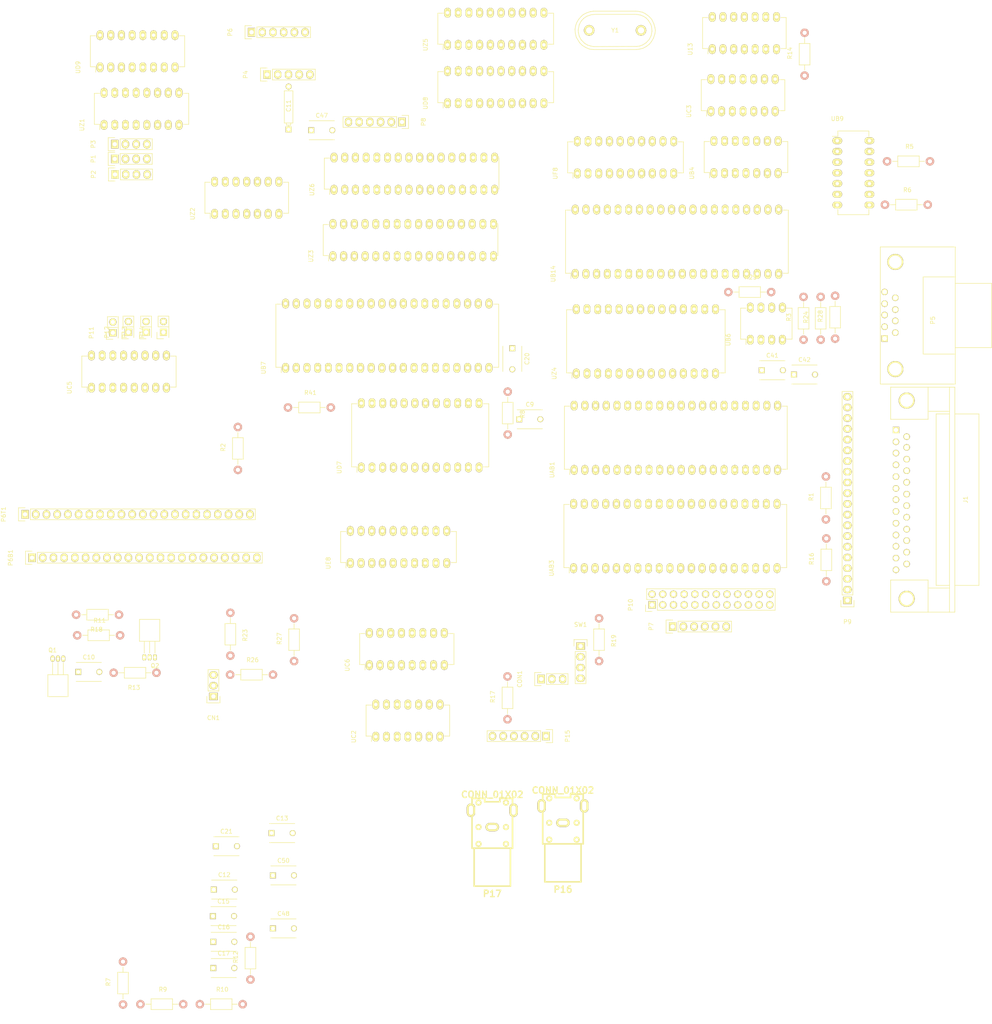
<source format=kicad_pcb>
(kicad_pcb (version 4) (host pcbnew 4.0.2-stable)
  (layers (0 F.Cu signal) (31 B.Cu signal) (34 B.Paste user) (35 F.Paste user) (36 B.SilkS user) (37 F.SilkS user) (38 B.Mask user) (39 F.Mask user) (44 Edge.Cuts user))
  (net 0 "")
  (net 1 VICAUDIO)
  (net 2 GND)
  (net 3 AUDIO_IN)
  (net 4 "Net-(C11-Pad1)")
  (net 5 AUDIO_OUT)
  (net 6 5V)
  (net 7 "Net-(C13-Pad1)")
  (net 8 "Net-(C17-Pad1)")
  (net 9 "Net-(C17-Pad2)")
  (net 10 POTX)
  (net 11 POTY)
  (net 12 "Net-(C41-Pad1)")
  (net 13 "Net-(C42-Pad1)")
  (net 14 "Net-(C47-Pad2)")
  (net 15 "Net-(C48-Pad1)")
  (net 16 "Net-(C48-Pad2)")
  (net 17 "Net-(CN1-Pad1)")
  (net 18 "Net-(CON1-Pad1)")
  (net 19 "Net-(CON1-Pad2)")
  (net 20 CHROMA)
  (net 21 VIC_01)
  (net 22 VIC_02)
  (net 23 RESET)
  (net 24 E)
  (net 25 S00)
  (net 26 S01)
  (net 27 S02)
  (net 28 SER_CLK_IN)
  (net 29 SER_ATN_IN)
  (net 30 SER_DATA_IN)
  (net 31 BLK1)
  (net 32 BLK2)
  (net 33 BLK3)
  (net 34 BLK5)
  (net 35 "Net-(P3-Pad1)")
  (net 36 "Net-(P3-Pad2)")
  (net 37 "Net-(P3-Pad3)")
  (net 38 "Net-(P3-Pad4)")
  (net 39 VIDEO_OUT)
  (net 40 JOY0)
  (net 41 JOY1)
  (net 42 JOY2)
  (net 43 LPEN)
  (net 44 A0)
  (net 45 A1)
  (net 46 A2)
  (net 47 A3)
  (net 48 A4)
  (net 49 A5)
  (net 50 A6)
  (net 51 A7)
  (net 52 A8)
  (net 53 A9)
  (net 54 A10)
  (net 55 A11)
  (net 56 A12)
  (net 57 A13)
  (net 58 I/O2)
  (net 59 I/O3)
  (net 60 NMI)
  (net 61 D0)
  (net 62 D1)
  (net 63 D2)
  (net 64 D3)
  (net 65 D4)
  (net 66 D5)
  (net 67 D6)
  (net 68 D7)
  (net 69 "Net-(P11-Pad2)")
  (net 70 "Net-(P12-Pad2)")
  (net 71 "Net-(P13-Pad2)")
  (net 72 "Net-(P14-Pad2)")
  (net 73 RAM1)
  (net 74 RAM2)
  (net 75 RAM3)
  (net 76 R/~W)
  (net 77 VR/~W)
  (net 78 IRQ)
  (net 79 PB0)
  (net 80 PB1)
  (net 81 PB2)
  (net 82 PB3)
  (net 83 PB4)
  (net 84 PB5)
  (net 85 "Net-(P8-Pad1)")
  (net 86 "Net-(P8-Pad2)")
  (net 87 "Net-(P8-Pad3)")
  (net 88 "Net-(P8-Pad4)")
  (net 89 "Net-(P8-Pad5)")
  (net 90 "Net-(P8-Pad6)")
  (net 91 RESTORE)
  (net 92 COL7)
  (net 93 COL6)
  (net 94 COL5)
  (net 95 COL4)
  (net 96 COL3)
  (net 97 COL2)
  (net 98 COL1)
  (net 99 COL0)
  (net 100 ROW7)
  (net 101 ROW6)
  (net 102 ROW5)
  (net 103 ROW4)
  (net 104 ROW3)
  (net 105 ROW2)
  (net 106 ROW1)
  (net 107 ROW0)
  (net 108 VIA2_CB1)
  (net 109 PB6)
  (net 110 PB7)
  (net 111 VIA2_CB2)
  (net 112 SER_SRQ)
  (net 113 RDY)
  (net 114 "Net-(R5-Pad1)")
  (net 115 "Net-(R5-Pad2)")
  (net 116 LUMA)
  (net 117 VCC)
  (net 118 SER_DATA_OUT)
  (net 119 I/O0)
  (net 120 BD7)
  (net 121 BD6)
  (net 122 BD5)
  (net 123 BD4)
  (net 124 BD3)
  (net 125 BD2)
  (net 126 BD1)
  (net 127 BD0)
  (net 128 SER_CLK_OUT)
  (net 129 SER_ATN_OUT)
  (net 130 "Net-(UB4-Pad1)")
  (net 131 VD11)
  (net 132 VD10)
  (net 133 VD9)
  (net 134 VD8)
  (net 135 VA0)
  (net 136 VA1)
  (net 137 VA2)
  (net 138 VA3)
  (net 139 VA4)
  (net 140 VA5)
  (net 141 VA6)
  (net 142 VA7)
  (net 143 VA8)
  (net 144 VA9)
  (net 145 VA10)
  (net 146 VA11)
  (net 147 VA12)
  (net 148 VA13)
  (net 149 A14)
  (net 150 A15)
  (net 151 CPU_02)
  (net 152 "Net-(UC2-Pad1)")
  (net 153 "Net-(UC2-Pad2)")
  (net 154 BLK0)
  (net 155 COLOR)
  (net 156 "Net-(UC2-Pad11)")
  (net 157 "Net-(UC2-Pad13)")
  (net 158 CS_RAM)
  (net 159 BLK7)
  (net 160 BLK6)
  (net 161 BLK4)
  (net 162 DATA_E)
  (net 163 CS_ROM)
  (net 164 VD15)
  (net 165 VD14)
  (net 166 VD13)
  (net 167 VD12)
  (module Capacitors_ThroughHole:C_Disc_D6_P5 (layer F.Cu) (at 162.814 167.8305)
    (fp_text reference C9 (at 2.5 -3.5) (layer F.SilkS))
    (fp_text value C)
    (pad 1 thru_hole rect (at 0 0) (size 1.4 1.4) (drill 0.9) (layers *.Cu *.Mask F.SilkS) (net 1 VICAUDIO))
    (pad 2 thru_hole circle (at 5 0) (size 1.4 1.4) (drill 0.9) (layers *.Cu *.Mask F.SilkS) (net 2 GND))
  )
  (module Capacitors_ThroughHole:C_Disc_D6_P5 (layer F.Cu) (at 58.2168 227.7364)
    (fp_text reference C10 (at 2.5 -3.5) (layer F.SilkS))
    (fp_text value C)
    (pad 1 thru_hole rect (at 0 0) (size 1.4 1.4) (drill 0.9) (layers *.Cu *.Mask F.SilkS) (net 3 AUDIO_IN))
    (pad 2 thru_hole circle (at 5 0) (size 1.4 1.4) (drill 0.9) (layers *.Cu *.Mask F.SilkS) (net 2 GND))
  )
  (module Discret:CP4 (layer F.Cu) (at 108.1024 94.0308 90)
    (fp_text reference C11 (at 0.508 0 90) (layer F.SilkS))
    (fp_text value CP)
    (pad 1 thru_hole rect (at -5.08 0 90) (size 1.397 1.397) (drill 0.8128) (layers *.Cu *.Mask F.SilkS) (net 4 "Net-(C11-Pad1)"))
    (pad 2 thru_hole circle (at 5.08 0 90) (size 1.397 1.397) (drill 0.8128) (layers *.Cu *.Mask F.SilkS) (net 5 AUDIO_OUT))
  )
  (module Capacitors_ThroughHole:C_Disc_D6_P5 (layer F.Cu) (at 90.3478 279.3365)
    (fp_text reference C12 (at 2.5 -3.5) (layer F.SilkS))
    (fp_text value C)
    (pad 1 thru_hole rect (at 0 0) (size 1.4 1.4) (drill 0.9) (layers *.Cu *.Mask F.SilkS) (net 6 5V))
    (pad 2 thru_hole circle (at 5 0) (size 1.4 1.4) (drill 0.9) (layers *.Cu *.Mask F.SilkS))
  )
  (module Capacitors_ThroughHole:C_Disc_D6_P5 (layer F.Cu) (at 104.0638 265.938)
    (fp_text reference C13 (at 2.5 -3.5) (layer F.SilkS))
    (fp_text value C)
    (pad 1 thru_hole rect (at 0 0) (size 1.4 1.4) (drill 0.9) (layers *.Cu *.Mask F.SilkS) (net 7 "Net-(C13-Pad1)"))
    (pad 2 thru_hole circle (at 5 0) (size 1.4 1.4) (drill 0.9) (layers *.Cu *.Mask F.SilkS) (net 20 CHROMA))
  )
  (module Capacitors_ThroughHole:C_Disc_D6_P5 (layer F.Cu) (at 90.1573 285.623)
    (fp_text reference C15 (at 2.5 -3.5) (layer F.SilkS))
    (fp_text value C)
    (pad 1 thru_hole rect (at 0 0) (size 1.4 1.4) (drill 0.9) (layers *.Cu *.Mask F.SilkS) (net 6 5V))
    (pad 2 thru_hole circle (at 5 0) (size 1.4 1.4) (drill 0.9) (layers *.Cu *.Mask F.SilkS) (net 2 GND))
  )
  (module Capacitors_ThroughHole:C_Disc_D6_P5 (layer F.Cu) (at 90.2208 291.719)
    (fp_text reference C16 (at 2.5 -3.5) (layer F.SilkS))
    (fp_text value C)
    (pad 1 thru_hole rect (at 0 0) (size 1.4 1.4) (drill 0.9) (layers *.Cu *.Mask F.SilkS) (net 6 5V))
    (pad 2 thru_hole circle (at 5 0) (size 1.4 1.4) (drill 0.9) (layers *.Cu *.Mask F.SilkS) (net 2 GND))
  )
  (module Capacitors_ThroughHole:C_Disc_D6_P5 (layer F.Cu) (at 90.2208 297.942)
    (fp_text reference C17 (at 2.5 -3.5) (layer F.SilkS))
    (fp_text value C)
    (pad 1 thru_hole rect (at 0 0) (size 1.4 1.4) (drill 0.9) (layers *.Cu *.Mask F.SilkS) (net 8 "Net-(C17-Pad1)"))
    (pad 2 thru_hole circle (at 5 0) (size 1.4 1.4) (drill 0.9) (layers *.Cu *.Mask F.SilkS) (net 9 "Net-(C17-Pad2)"))
  )
  (module Capacitors_ThroughHole:C_Disc_D6_P5 (layer F.Cu) (at 161.163 151.003 270)
    (fp_text reference C20 (at 2.5 -3.5 270) (layer F.SilkS))
    (fp_text value C)
    (pad 1 thru_hole rect (at 0 0 270) (size 1.4 1.4) (drill 0.9) (layers *.Cu *.Mask F.SilkS) (net 10 POTX))
    (pad 2 thru_hole circle (at 5 0 270) (size 1.4 1.4) (drill 0.9) (layers *.Cu *.Mask F.SilkS) (net 2 GND))
  )
  (module Capacitors_ThroughHole:C_Disc_D6_P5 (layer F.Cu) (at 90.8558 269.0495)
    (fp_text reference C21 (at 2.5 -3.5) (layer F.SilkS))
    (fp_text value C)
    (pad 1 thru_hole rect (at 0 0) (size 1.4 1.4) (drill 0.9) (layers *.Cu *.Mask F.SilkS) (net 11 POTY))
    (pad 2 thru_hole circle (at 5 0) (size 1.4 1.4) (drill 0.9) (layers *.Cu *.Mask F.SilkS) (net 2 GND))
  )
  (module Capacitors_ThroughHole:C_Disc_D6_P5 (layer F.Cu) (at 220.345 156.21)
    (fp_text reference C41 (at 2.5 -3.5) (layer F.SilkS))
    (fp_text value C)
    (pad 1 thru_hole rect (at 0 0) (size 1.4 1.4) (drill 0.9) (layers *.Cu *.Mask F.SilkS) (net 12 "Net-(C41-Pad1)"))
    (pad 2 thru_hole circle (at 5 0) (size 1.4 1.4) (drill 0.9) (layers *.Cu *.Mask F.SilkS) (net 2 GND))
  )
  (module Capacitors_ThroughHole:C_Disc_D6_P5 (layer F.Cu) (at 227.965 157.226)
    (fp_text reference C42 (at 2.5 -3.5) (layer F.SilkS))
    (fp_text value C)
    (pad 1 thru_hole rect (at 0 0) (size 1.4 1.4) (drill 0.9) (layers *.Cu *.Mask F.SilkS) (net 13 "Net-(C42-Pad1)"))
    (pad 2 thru_hole circle (at 5 0) (size 1.4 1.4) (drill 0.9) (layers *.Cu *.Mask F.SilkS) (net 2 GND))
  )
  (module Capacitors_ThroughHole:C_Disc_D6_P5 (layer F.Cu) (at 113.4745 99.314)
    (fp_text reference C47 (at 2.5 -3.5) (layer F.SilkS))
    (fp_text value C)
    (pad 1 thru_hole rect (at 0 0) (size 1.4 1.4) (drill 0.9) (layers *.Cu *.Mask F.SilkS) (net 6 5V))
    (pad 2 thru_hole circle (at 5 0) (size 1.4 1.4) (drill 0.9) (layers *.Cu *.Mask F.SilkS) (net 14 "Net-(C47-Pad2)"))
  )
  (module Capacitors_ThroughHole:C_Disc_D6_P5 (layer F.Cu) (at 104.3813 288.544)
    (fp_text reference C48 (at 2.5 -3.5) (layer F.SilkS))
    (fp_text value CTRIM)
    (pad 1 thru_hole rect (at 0 0) (size 1.4 1.4) (drill 0.9) (layers *.Cu *.Mask F.SilkS) (net 15 "Net-(C48-Pad1)"))
    (pad 2 thru_hole circle (at 5 0) (size 1.4 1.4) (drill 0.9) (layers *.Cu *.Mask F.SilkS) (net 16 "Net-(C48-Pad2)"))
  )
  (module Capacitors_ThroughHole:C_Disc_D6_P5 (layer F.Cu) (at 104.3813 275.971)
    (fp_text reference C50 (at 2.5 -3.5) (layer F.SilkS))
    (fp_text value C)
    (pad 1 thru_hole rect (at 0 0) (size 1.4 1.4) (drill 0.9) (layers *.Cu *.Mask F.SilkS) (net 15 "Net-(C48-Pad1)"))
    (pad 2 thru_hole circle (at 5 0) (size 1.4 1.4) (drill 0.9) (layers *.Cu *.Mask F.SilkS) (net 16 "Net-(C48-Pad2)"))
  )
  (module Pin_Headers:Pin_Header_Straight_1x03 (layer F.Cu) (at 90.2716 233.5276 180)
    (fp_text reference CN1 (at 0 -5.1 180) (layer F.SilkS))
    (fp_text value CONN_01X03)
    (pad 1 thru_hole rect (at 0 0 180) (size 2.032 1.7272) (drill 1.016) (layers *.Cu *.Mask F.SilkS) (net 17 "Net-(CN1-Pad1)"))
    (pad 2 thru_hole oval (at 0 2.54 180) (size 2.032 1.7272) (drill 1.016) (layers *.Cu *.Mask F.SilkS) (net 2 GND))
    (pad 3 thru_hole oval (at 0 5.08 180) (size 2.032 1.7272) (drill 1.016) (layers *.Cu *.Mask F.SilkS) (net 17 "Net-(CN1-Pad1)"))
  )
  (module Pin_Headers:Pin_Header_Straight_1x03 (layer F.Cu) (at 168.021 229.4255 90)
    (fp_text reference CON1 (at 0 -5.1 90) (layer F.SilkS))
    (fp_text value BARREL_JACK)
    (pad 1 thru_hole rect (at 0 0 90) (size 2.032 1.7272) (drill 1.016) (layers *.Cu *.Mask F.SilkS) (net 18 "Net-(CON1-Pad1)"))
    (pad 2 thru_hole oval (at 0 2.54 90) (size 2.032 1.7272) (drill 1.016) (layers *.Cu *.Mask F.SilkS) (net 19 "Net-(CON1-Pad2)"))
    (pad 3 thru_hole oval (at 0 5.08 90) (size 2.032 1.7272) (drill 1.016) (layers *.Cu *.Mask F.SilkS))
  )
  (module Connect:DB25FC (layer F.Cu) (at 253.4412 186.8932 270)
    (fp_text reference J1 (at 0 -15.24 270) (layer F.SilkS))
    (fp_text value DB25)
    (pad "" thru_hole circle (at 23.495 -1.27 270) (size 3.81 3.81) (drill 3.048) (layers *.Cu *.Mask F.SilkS))
    (pad "" thru_hole circle (at -23.495 -1.27 270) (size 3.81 3.81) (drill 3.048) (layers *.Cu *.Mask F.SilkS))
    (pad 1 thru_hole rect (at -16.51 1.27 270) (size 1.524 1.524) (drill 1.016) (layers *.Cu *.Mask F.SilkS))
    (pad 2 thru_hole circle (at -13.716 1.27 270) (size 1.524 1.524) (drill 1.016) (layers *.Cu *.Mask F.SilkS))
    (pad 3 thru_hole circle (at -11.049 1.27 270) (size 1.524 1.524) (drill 1.016) (layers *.Cu *.Mask F.SilkS))
    (pad 4 thru_hole circle (at -8.255 1.27 270) (size 1.524 1.524) (drill 1.016) (layers *.Cu *.Mask F.SilkS))
    (pad 5 thru_hole circle (at -5.461 1.27 270) (size 1.524 1.524) (drill 1.016) (layers *.Cu *.Mask F.SilkS))
    (pad 6 thru_hole circle (at -2.667 1.27 270) (size 1.524 1.524) (drill 1.016) (layers *.Cu *.Mask F.SilkS))
    (pad 7 thru_hole circle (at 0 1.27 270) (size 1.524 1.524) (drill 1.016) (layers *.Cu *.Mask F.SilkS))
    (pad 8 thru_hole circle (at 2.794 1.27 270) (size 1.524 1.524) (drill 1.016) (layers *.Cu *.Mask F.SilkS))
    (pad 9 thru_hole circle (at 5.588 1.27 270) (size 1.524 1.524) (drill 1.016) (layers *.Cu *.Mask F.SilkS))
    (pad 10 thru_hole circle (at 8.382 1.27 270) (size 1.524 1.524) (drill 1.016) (layers *.Cu *.Mask F.SilkS))
    (pad 11 thru_hole circle (at 11.049 1.27 270) (size 1.524 1.524) (drill 1.016) (layers *.Cu *.Mask F.SilkS))
    (pad 12 thru_hole circle (at 13.843 1.27 270) (size 1.524 1.524) (drill 1.016) (layers *.Cu *.Mask F.SilkS))
    (pad 13 thru_hole circle (at 16.637 1.27 270) (size 1.524 1.524) (drill 1.016) (layers *.Cu *.Mask F.SilkS))
    (pad 14 thru_hole circle (at -14.9352 -1.27 270) (size 1.524 1.524) (drill 1.016) (layers *.Cu *.Mask F.SilkS))
    (pad 15 thru_hole circle (at -12.3952 -1.27 270) (size 1.524 1.524) (drill 1.016) (layers *.Cu *.Mask F.SilkS))
    (pad 16 thru_hole circle (at -9.6012 -1.27 270) (size 1.524 1.524) (drill 1.016) (layers *.Cu *.Mask F.SilkS))
    (pad 17 thru_hole circle (at -6.858 -1.27 270) (size 1.524 1.524) (drill 1.016) (layers *.Cu *.Mask F.SilkS))
    (pad 18 thru_hole circle (at -4.1148 -1.27 270) (size 1.524 1.524) (drill 1.016) (layers *.Cu *.Mask F.SilkS))
    (pad 19 thru_hole circle (at -1.3208 -1.27 270) (size 1.524 1.524) (drill 1.016) (layers *.Cu *.Mask F.SilkS))
    (pad 20 thru_hole circle (at 1.4224 -1.27 270) (size 1.524 1.524) (drill 1.016) (layers *.Cu *.Mask F.SilkS))
    (pad 21 thru_hole circle (at 4.1656 -1.27 270) (size 1.524 1.524) (drill 1.016) (layers *.Cu *.Mask F.SilkS))
    (pad 22 thru_hole circle (at 7.0104 -1.27 270) (size 1.524 1.524) (drill 1.016) (layers *.Cu *.Mask F.SilkS))
    (pad 23 thru_hole circle (at 9.7028 -1.27 270) (size 1.524 1.524) (drill 1.016) (layers *.Cu *.Mask F.SilkS))
    (pad 24 thru_hole circle (at 12.446 -1.27 270) (size 1.524 1.524) (drill 1.016) (layers *.Cu *.Mask F.SilkS))
    (pad 25 thru_hole circle (at 15.24 -1.27 270) (size 1.524 1.524) (drill 1.016) (layers *.Cu *.Mask F.SilkS))
  )
  (module Pin_Headers:Pin_Header_Straight_1x04 (layer F.Cu) (at 66.8655 106.1085 90)
    (fp_text reference P1 (at 0 -5.1 90) (layer F.SilkS))
    (fp_text value CONN_01X04)
    (pad 1 thru_hole rect (at 0 0 90) (size 2.032 1.7272) (drill 1.016) (layers *.Cu *.Mask F.SilkS) (net 6 5V))
    (pad 2 thru_hole oval (at 0 2.54 90) (size 2.032 1.7272) (drill 1.016) (layers *.Cu *.Mask F.SilkS) (net 6 5V))
    (pad 3 thru_hole oval (at 0 5.08 90) (size 2.032 1.7272) (drill 1.016) (layers *.Cu *.Mask F.SilkS) (net 6 5V))
    (pad 4 thru_hole oval (at 0 7.62 90) (size 2.032 1.7272) (drill 1.016) (layers *.Cu *.Mask F.SilkS) (net 6 5V))
  )
  (module Pin_Headers:Pin_Header_Straight_1x04 (layer F.Cu) (at 66.929 109.7915 90)
    (fp_text reference P2 (at 0 -5.1 90) (layer F.SilkS))
    (fp_text value CONN_01X04)
    (pad 1 thru_hole rect (at 0 0 90) (size 2.032 1.7272) (drill 1.016) (layers *.Cu *.Mask F.SilkS) (net 31 BLK1))
    (pad 2 thru_hole oval (at 0 2.54 90) (size 2.032 1.7272) (drill 1.016) (layers *.Cu *.Mask F.SilkS) (net 32 BLK2))
    (pad 3 thru_hole oval (at 0 5.08 90) (size 2.032 1.7272) (drill 1.016) (layers *.Cu *.Mask F.SilkS) (net 33 BLK3))
    (pad 4 thru_hole oval (at 0 7.62 90) (size 2.032 1.7272) (drill 1.016) (layers *.Cu *.Mask F.SilkS) (net 34 BLK5))
  )
  (module Pin_Headers:Pin_Header_Straight_1x04 (layer F.Cu) (at 66.8655 102.616 90)
    (fp_text reference P3 (at 0 -5.1 90) (layer F.SilkS))
    (fp_text value CONN_01X04)
    (pad 1 thru_hole rect (at 0 0 90) (size 2.032 1.7272) (drill 1.016) (layers *.Cu *.Mask F.SilkS) (net 35 "Net-(P3-Pad1)"))
    (pad 2 thru_hole oval (at 0 2.54 90) (size 2.032 1.7272) (drill 1.016) (layers *.Cu *.Mask F.SilkS) (net 36 "Net-(P3-Pad2)"))
    (pad 3 thru_hole oval (at 0 5.08 90) (size 2.032 1.7272) (drill 1.016) (layers *.Cu *.Mask F.SilkS) (net 37 "Net-(P3-Pad3)"))
    (pad 4 thru_hole oval (at 0 7.62 90) (size 2.032 1.7272) (drill 1.016) (layers *.Cu *.Mask F.SilkS) (net 38 "Net-(P3-Pad4)"))
  )
  (module Pin_Headers:Pin_Header_Straight_1x05 (layer F.Cu) (at 102.997 86.106 90)
    (fp_text reference P4 (at 0 -5.1 90) (layer F.SilkS))
    (fp_text value CONN_01X05)
    (pad 1 thru_hole rect (at 0 0 90) (size 2.032 1.7272) (drill 1.016) (layers *.Cu *.Mask F.SilkS) (net 6 5V))
    (pad 2 thru_hole oval (at 0 2.54 90) (size 2.032 1.7272) (drill 1.016) (layers *.Cu *.Mask F.SilkS) (net 2 GND))
    (pad 3 thru_hole oval (at 0 5.08 90) (size 2.032 1.7272) (drill 1.016) (layers *.Cu *.Mask F.SilkS) (net 5 AUDIO_OUT))
    (pad 4 thru_hole oval (at 0 7.62 90) (size 2.032 1.7272) (drill 1.016) (layers *.Cu *.Mask F.SilkS) (net 39 VIDEO_OUT))
    (pad 5 thru_hole oval (at 0 10.16 90) (size 2.032 1.7272) (drill 1.016) (layers *.Cu *.Mask F.SilkS) (net 39 VIDEO_OUT))
  )
  (module Connect:DB9MC (layer F.Cu) (at 250.7488 143.1036 270)
    (fp_text reference P5 (at 1.27 -10.16 270) (layer F.SilkS))
    (fp_text value DB9)
    (pad "" thru_hole circle (at 12.827 -1.27 270) (size 3.81 3.81) (drill 3.048) (layers *.Cu *.Mask F.SilkS))
    (pad "" thru_hole circle (at -12.573 -1.27 270) (size 3.81 3.81) (drill 3.048) (layers *.Cu *.Mask F.SilkS))
    (pad 1 thru_hole rect (at 5.588 1.27 270) (size 1.524 1.524) (drill 1.016) (layers *.Cu *.Mask F.SilkS) (net 40 JOY0))
    (pad 2 thru_hole circle (at 2.794 1.27 270) (size 1.524 1.524) (drill 1.016) (layers *.Cu *.Mask F.SilkS) (net 41 JOY1))
    (pad 3 thru_hole circle (at 0 1.27 270) (size 1.524 1.524) (drill 1.016) (layers *.Cu *.Mask F.SilkS) (net 42 JOY2))
    (pad 4 thru_hole circle (at -2.667 1.27 270) (size 1.524 1.524) (drill 1.016) (layers *.Cu *.Mask F.SilkS))
    (pad 5 thru_hole circle (at -5.461 1.27 270) (size 1.524 1.524) (drill 1.016) (layers *.Cu *.Mask F.SilkS) (net 11 POTY))
    (pad 9 thru_hole circle (at -4.064 -1.27 270) (size 1.524 1.524) (drill 1.016) (layers *.Cu *.Mask F.SilkS) (net 10 POTX))
    (pad 8 thru_hole circle (at -1.27 -1.27 270) (size 1.524 1.524) (drill 1.016) (layers *.Cu *.Mask F.SilkS) (net 2 GND))
    (pad 7 thru_hole circle (at 1.397 -1.27 270) (size 1.524 1.524) (drill 1.016) (layers *.Cu *.Mask F.SilkS) (net 6 5V))
    (pad 6 thru_hole circle (at 4.191 -1.27 270) (size 1.524 1.524) (drill 1.016) (layers *.Cu *.Mask F.SilkS) (net 43 LPEN))
  )
  (module Pin_Headers:Pin_Header_Straight_1x06 (layer F.Cu) (at 99.314 76.073 90)
    (fp_text reference P6 (at 0 -5.1 90) (layer F.SilkS))
    (fp_text value CONN_01X06)
    (pad 1 thru_hole rect (at 0 0 90) (size 2.032 1.7272) (drill 1.016) (layers *.Cu *.Mask F.SilkS) (net 2 GND))
    (pad 2 thru_hole oval (at 0 2.54 90) (size 2.032 1.7272) (drill 1.016) (layers *.Cu *.Mask F.SilkS) (net 2 GND))
    (pad 3 thru_hole oval (at 0 5.08 90) (size 2.032 1.7272) (drill 1.016) (layers *.Cu *.Mask F.SilkS) (net 2 GND))
    (pad 4 thru_hole oval (at 0 7.62 90) (size 2.032 1.7272) (drill 1.016) (layers *.Cu *.Mask F.SilkS) (net 2 GND))
    (pad 5 thru_hole oval (at 0 10.16 90) (size 2.032 1.7272) (drill 1.016) (layers *.Cu *.Mask F.SilkS) (net 2 GND))
    (pad 6 thru_hole oval (at 0 12.7 90) (size 2.032 1.7272) (drill 1.016) (layers *.Cu *.Mask F.SilkS) (net 2 GND))
  )
  (module Pin_Headers:Pin_Header_Straight_1x22 (layer F.Cu) (at 47.244 200.66 90)
    (fp_text reference P6B1 (at 0 -5.1 90) (layer F.SilkS))
    (fp_text value CONN_01X22)
    (pad 1 thru_hole rect (at 0 0 90) (size 2.032 1.7272) (drill 1.016) (layers *.Cu *.Mask F.SilkS) (net 2 GND))
    (pad 2 thru_hole oval (at 0 2.54 90) (size 2.032 1.7272) (drill 1.016) (layers *.Cu *.Mask F.SilkS) (net 44 A0))
    (pad 3 thru_hole oval (at 0 5.08 90) (size 2.032 1.7272) (drill 1.016) (layers *.Cu *.Mask F.SilkS) (net 45 A1))
    (pad 4 thru_hole oval (at 0 7.62 90) (size 2.032 1.7272) (drill 1.016) (layers *.Cu *.Mask F.SilkS) (net 46 A2))
    (pad 5 thru_hole oval (at 0 10.16 90) (size 2.032 1.7272) (drill 1.016) (layers *.Cu *.Mask F.SilkS) (net 47 A3))
    (pad 6 thru_hole oval (at 0 12.7 90) (size 2.032 1.7272) (drill 1.016) (layers *.Cu *.Mask F.SilkS) (net 48 A4))
    (pad 7 thru_hole oval (at 0 15.24 90) (size 2.032 1.7272) (drill 1.016) (layers *.Cu *.Mask F.SilkS) (net 49 A5))
    (pad 8 thru_hole oval (at 0 17.78 90) (size 2.032 1.7272) (drill 1.016) (layers *.Cu *.Mask F.SilkS) (net 50 A6))
    (pad 9 thru_hole oval (at 0 20.32 90) (size 2.032 1.7272) (drill 1.016) (layers *.Cu *.Mask F.SilkS) (net 51 A7))
    (pad 10 thru_hole oval (at 0 22.86 90) (size 2.032 1.7272) (drill 1.016) (layers *.Cu *.Mask F.SilkS) (net 52 A8))
    (pad 11 thru_hole oval (at 0 25.4 90) (size 2.032 1.7272) (drill 1.016) (layers *.Cu *.Mask F.SilkS) (net 53 A9))
    (pad 12 thru_hole oval (at 0 27.94 90) (size 2.032 1.7272) (drill 1.016) (layers *.Cu *.Mask F.SilkS) (net 54 A10))
    (pad 13 thru_hole oval (at 0 30.48 90) (size 2.032 1.7272) (drill 1.016) (layers *.Cu *.Mask F.SilkS) (net 55 A11))
    (pad 14 thru_hole oval (at 0 33.02 90) (size 2.032 1.7272) (drill 1.016) (layers *.Cu *.Mask F.SilkS) (net 56 A12))
    (pad 15 thru_hole oval (at 0 35.56 90) (size 2.032 1.7272) (drill 1.016) (layers *.Cu *.Mask F.SilkS) (net 57 A13))
    (pad 16 thru_hole oval (at 0 38.1 90) (size 2.032 1.7272) (drill 1.016) (layers *.Cu *.Mask F.SilkS) (net 58 I/O2))
    (pad 17 thru_hole oval (at 0 40.64 90) (size 2.032 1.7272) (drill 1.016) (layers *.Cu *.Mask F.SilkS) (net 59 I/O3))
    (pad 18 thru_hole oval (at 0 43.18 90) (size 2.032 1.7272) (drill 1.016) (layers *.Cu *.Mask F.SilkS) (net 27 S02))
    (pad 19 thru_hole oval (at 0 45.72 90) (size 2.032 1.7272) (drill 1.016) (layers *.Cu *.Mask F.SilkS) (net 60 NMI))
    (pad 20 thru_hole oval (at 0 48.26 90) (size 2.032 1.7272) (drill 1.016) (layers *.Cu *.Mask F.SilkS) (net 23 RESET))
    (pad 21 thru_hole oval (at 0 50.8 90) (size 2.032 1.7272) (drill 1.016) (layers *.Cu *.Mask F.SilkS) (net 3 AUDIO_IN))
    (pad 22 thru_hole oval (at 0 53.34 90) (size 2.032 1.7272) (drill 1.016) (layers *.Cu *.Mask F.SilkS) (net 2 GND))
  )
  (module Pin_Headers:Pin_Header_Straight_1x22 (layer F.Cu) (at 45.593 190.373 90)
    (fp_text reference P6T1 (at 0 -5.1 90) (layer F.SilkS))
    (fp_text value CONN_01X22)
    (pad 1 thru_hole rect (at 0 0 90) (size 2.032 1.7272) (drill 1.016) (layers *.Cu *.Mask F.SilkS) (net 2 GND))
    (pad 2 thru_hole oval (at 0 2.54 90) (size 2.032 1.7272) (drill 1.016) (layers *.Cu *.Mask F.SilkS) (net 61 D0))
    (pad 3 thru_hole oval (at 0 5.08 90) (size 2.032 1.7272) (drill 1.016) (layers *.Cu *.Mask F.SilkS) (net 62 D1))
    (pad 4 thru_hole oval (at 0 7.62 90) (size 2.032 1.7272) (drill 1.016) (layers *.Cu *.Mask F.SilkS) (net 63 D2))
    (pad 5 thru_hole oval (at 0 10.16 90) (size 2.032 1.7272) (drill 1.016) (layers *.Cu *.Mask F.SilkS) (net 64 D3))
    (pad 6 thru_hole oval (at 0 12.7 90) (size 2.032 1.7272) (drill 1.016) (layers *.Cu *.Mask F.SilkS) (net 65 D4))
    (pad 7 thru_hole oval (at 0 15.24 90) (size 2.032 1.7272) (drill 1.016) (layers *.Cu *.Mask F.SilkS) (net 66 D5))
    (pad 8 thru_hole oval (at 0 17.78 90) (size 2.032 1.7272) (drill 1.016) (layers *.Cu *.Mask F.SilkS) (net 67 D6))
    (pad 9 thru_hole oval (at 0 20.32 90) (size 2.032 1.7272) (drill 1.016) (layers *.Cu *.Mask F.SilkS) (net 68 D7))
    (pad 10 thru_hole oval (at 0 22.86 90) (size 2.032 1.7272) (drill 1.016) (layers *.Cu *.Mask F.SilkS) (net 69 "Net-(P11-Pad2)"))
    (pad 11 thru_hole oval (at 0 25.4 90) (size 2.032 1.7272) (drill 1.016) (layers *.Cu *.Mask F.SilkS) (net 70 "Net-(P12-Pad2)"))
    (pad 12 thru_hole oval (at 0 27.94 90) (size 2.032 1.7272) (drill 1.016) (layers *.Cu *.Mask F.SilkS) (net 71 "Net-(P13-Pad2)"))
    (pad 13 thru_hole oval (at 0 30.48 90) (size 2.032 1.7272) (drill 1.016) (layers *.Cu *.Mask F.SilkS) (net 72 "Net-(P14-Pad2)"))
    (pad 14 thru_hole oval (at 0 33.02 90) (size 2.032 1.7272) (drill 1.016) (layers *.Cu *.Mask F.SilkS) (net 73 RAM1))
    (pad 15 thru_hole oval (at 0 35.56 90) (size 2.032 1.7272) (drill 1.016) (layers *.Cu *.Mask F.SilkS) (net 74 RAM2))
    (pad 16 thru_hole oval (at 0 38.1 90) (size 2.032 1.7272) (drill 1.016) (layers *.Cu *.Mask F.SilkS) (net 75 RAM3))
    (pad 17 thru_hole oval (at 0 40.64 90) (size 2.032 1.7272) (drill 1.016) (layers *.Cu *.Mask F.SilkS) (net 76 R/~W))
    (pad 18 thru_hole oval (at 0 43.18 90) (size 2.032 1.7272) (drill 1.016) (layers *.Cu *.Mask F.SilkS) (net 77 VR/~W))
    (pad 19 thru_hole oval (at 0 45.72 90) (size 2.032 1.7272) (drill 1.016) (layers *.Cu *.Mask F.SilkS) (net 78 IRQ))
    (pad 20 thru_hole oval (at 0 48.26 90) (size 2.032 1.7272) (drill 1.016) (layers *.Cu *.Mask F.SilkS))
    (pad 21 thru_hole oval (at 0 50.8 90) (size 2.032 1.7272) (drill 1.016) (layers *.Cu *.Mask F.SilkS) (net 6 5V))
    (pad 22 thru_hole oval (at 0 53.34 90) (size 2.032 1.7272) (drill 1.016) (layers *.Cu *.Mask F.SilkS) (net 2 GND))
  )
  (module Pin_Headers:Pin_Header_Straight_1x06 (layer F.Cu) (at 199.1995 216.9795 90)
    (fp_text reference P7 (at 0 -5.1 90) (layer F.SilkS))
    (fp_text value CONN_01X06)
    (pad 1 thru_hole rect (at 0 0 90) (size 2.032 1.7272) (drill 1.016) (layers *.Cu *.Mask F.SilkS) (net 79 PB0))
    (pad 2 thru_hole oval (at 0 2.54 90) (size 2.032 1.7272) (drill 1.016) (layers *.Cu *.Mask F.SilkS) (net 80 PB1))
    (pad 3 thru_hole oval (at 0 5.08 90) (size 2.032 1.7272) (drill 1.016) (layers *.Cu *.Mask F.SilkS) (net 81 PB2))
    (pad 4 thru_hole oval (at 0 7.62 90) (size 2.032 1.7272) (drill 1.016) (layers *.Cu *.Mask F.SilkS) (net 82 PB3))
    (pad 5 thru_hole oval (at 0 10.16 90) (size 2.032 1.7272) (drill 1.016) (layers *.Cu *.Mask F.SilkS) (net 83 PB4))
    (pad 6 thru_hole oval (at 0 12.7 90) (size 2.032 1.7272) (drill 1.016) (layers *.Cu *.Mask F.SilkS) (net 84 PB5))
  )
  (module Pin_Headers:Pin_Header_Straight_1x06 (layer F.Cu) (at 135.001 97.3455 270)
    (fp_text reference P8 (at 0 -5.1 270) (layer F.SilkS))
    (fp_text value CONN_01X06)
    (pad 1 thru_hole rect (at 0 0 270) (size 2.032 1.7272) (drill 1.016) (layers *.Cu *.Mask F.SilkS) (net 85 "Net-(P8-Pad1)"))
    (pad 2 thru_hole oval (at 0 2.54 270) (size 2.032 1.7272) (drill 1.016) (layers *.Cu *.Mask F.SilkS) (net 86 "Net-(P8-Pad2)"))
    (pad 3 thru_hole oval (at 0 5.08 270) (size 2.032 1.7272) (drill 1.016) (layers *.Cu *.Mask F.SilkS) (net 87 "Net-(P8-Pad3)"))
    (pad 4 thru_hole oval (at 0 7.62 270) (size 2.032 1.7272) (drill 1.016) (layers *.Cu *.Mask F.SilkS) (net 88 "Net-(P8-Pad4)"))
    (pad 5 thru_hole oval (at 0 10.16 270) (size 2.032 1.7272) (drill 1.016) (layers *.Cu *.Mask F.SilkS) (net 89 "Net-(P8-Pad5)"))
    (pad 6 thru_hole oval (at 0 12.7 270) (size 2.032 1.7272) (drill 1.016) (layers *.Cu *.Mask F.SilkS) (net 90 "Net-(P8-Pad6)"))
  )
  (module Pin_Headers:Pin_Header_Straight_1x20 (layer F.Cu) (at 240.665 210.7565 180)
    (fp_text reference P9 (at 0 -5.1 180) (layer F.SilkS))
    (fp_text value CONN_01X20)
    (pad 1 thru_hole rect (at 0 0 180) (size 2.032 1.7272) (drill 1.016) (layers *.Cu *.Mask F.SilkS) (net 2 GND))
    (pad 2 thru_hole oval (at 0 2.54 180) (size 2.032 1.7272) (drill 1.016) (layers *.Cu *.Mask F.SilkS))
    (pad 3 thru_hole oval (at 0 5.08 180) (size 2.032 1.7272) (drill 1.016) (layers *.Cu *.Mask F.SilkS) (net 91 RESTORE))
    (pad 4 thru_hole oval (at 0 7.62 180) (size 2.032 1.7272) (drill 1.016) (layers *.Cu *.Mask F.SilkS) (net 6 5V))
    (pad 5 thru_hole oval (at 0 10.16 180) (size 2.032 1.7272) (drill 1.016) (layers *.Cu *.Mask F.SilkS) (net 92 COL7))
    (pad 6 thru_hole oval (at 0 12.7 180) (size 2.032 1.7272) (drill 1.016) (layers *.Cu *.Mask F.SilkS) (net 93 COL6))
    (pad 7 thru_hole oval (at 0 15.24 180) (size 2.032 1.7272) (drill 1.016) (layers *.Cu *.Mask F.SilkS) (net 94 COL5))
    (pad 8 thru_hole oval (at 0 17.78 180) (size 2.032 1.7272) (drill 1.016) (layers *.Cu *.Mask F.SilkS) (net 95 COL4))
    (pad 9 thru_hole oval (at 0 20.32 180) (size 2.032 1.7272) (drill 1.016) (layers *.Cu *.Mask F.SilkS) (net 96 COL3))
    (pad 10 thru_hole oval (at 0 22.86 180) (size 2.032 1.7272) (drill 1.016) (layers *.Cu *.Mask F.SilkS) (net 97 COL2))
    (pad 11 thru_hole oval (at 0 25.4 180) (size 2.032 1.7272) (drill 1.016) (layers *.Cu *.Mask F.SilkS) (net 98 COL1))
    (pad 12 thru_hole oval (at 0 27.94 180) (size 2.032 1.7272) (drill 1.016) (layers *.Cu *.Mask F.SilkS) (net 99 COL0))
    (pad 13 thru_hole oval (at 0 30.48 180) (size 2.032 1.7272) (drill 1.016) (layers *.Cu *.Mask F.SilkS) (net 100 ROW7))
    (pad 14 thru_hole oval (at 0 33.02 180) (size 2.032 1.7272) (drill 1.016) (layers *.Cu *.Mask F.SilkS) (net 101 ROW6))
    (pad 15 thru_hole oval (at 0 35.56 180) (size 2.032 1.7272) (drill 1.016) (layers *.Cu *.Mask F.SilkS) (net 102 ROW5))
    (pad 16 thru_hole oval (at 0 38.1 180) (size 2.032 1.7272) (drill 1.016) (layers *.Cu *.Mask F.SilkS) (net 103 ROW4))
    (pad 17 thru_hole oval (at 0 40.64 180) (size 2.032 1.7272) (drill 1.016) (layers *.Cu *.Mask F.SilkS) (net 104 ROW3))
    (pad 18 thru_hole oval (at 0 43.18 180) (size 2.032 1.7272) (drill 1.016) (layers *.Cu *.Mask F.SilkS) (net 105 ROW2))
    (pad 19 thru_hole oval (at 0 45.72 180) (size 2.032 1.7272) (drill 1.016) (layers *.Cu *.Mask F.SilkS) (net 106 ROW1))
    (pad 20 thru_hole oval (at 0 48.26 180) (size 2.032 1.7272) (drill 1.016) (layers *.Cu *.Mask F.SilkS) (net 107 ROW0))
  )
  (module Pin_Headers:Pin_Header_Straight_2x12 (layer F.Cu) (at 194.31 211.836 90)
    (fp_text reference P10 (at 0 -5.1 90) (layer F.SilkS))
    (fp_text value CONN_02X12)
    (pad 1 thru_hole rect (at 0 0 90) (size 1.7272 1.7272) (drill 1.016) (layers *.Cu *.Mask F.SilkS) (net 2 GND))
    (pad 2 thru_hole oval (at 2.54 0 90) (size 1.7272 1.7272) (drill 1.016) (layers *.Cu *.Mask F.SilkS) (net 2 GND))
    (pad 3 thru_hole oval (at 0 2.54 90) (size 1.7272 1.7272) (drill 1.016) (layers *.Cu *.Mask F.SilkS) (net 6 5V))
    (pad 4 thru_hole oval (at 2.54 2.54 90) (size 1.7272 1.7272) (drill 1.016) (layers *.Cu *.Mask F.SilkS) (net 108 VIA2_CB1))
    (pad 5 thru_hole oval (at 0 5.08 90) (size 1.7272 1.7272) (drill 1.016) (layers *.Cu *.Mask F.SilkS) (net 23 RESET))
    (pad 6 thru_hole oval (at 2.54 5.08 90) (size 1.7272 1.7272) (drill 1.016) (layers *.Cu *.Mask F.SilkS) (net 79 PB0))
    (pad 7 thru_hole oval (at 0 7.62 90) (size 1.7272 1.7272) (drill 1.016) (layers *.Cu *.Mask F.SilkS) (net 40 JOY0))
    (pad 8 thru_hole oval (at 2.54 7.62 90) (size 1.7272 1.7272) (drill 1.016) (layers *.Cu *.Mask F.SilkS) (net 80 PB1))
    (pad 9 thru_hole oval (at 0 10.16 90) (size 1.7272 1.7272) (drill 1.016) (layers *.Cu *.Mask F.SilkS) (net 41 JOY1))
    (pad 10 thru_hole oval (at 2.54 10.16 90) (size 1.7272 1.7272) (drill 1.016) (layers *.Cu *.Mask F.SilkS) (net 81 PB2))
    (pad 11 thru_hole oval (at 0 12.7 90) (size 1.7272 1.7272) (drill 1.016) (layers *.Cu *.Mask F.SilkS) (net 42 JOY2))
    (pad 12 thru_hole oval (at 2.54 12.7 90) (size 1.7272 1.7272) (drill 1.016) (layers *.Cu *.Mask F.SilkS) (net 82 PB3))
    (pad 13 thru_hole oval (at 0 15.24 90) (size 1.7272 1.7272) (drill 1.016) (layers *.Cu *.Mask F.SilkS) (net 43 LPEN))
    (pad 14 thru_hole oval (at 2.54 15.24 90) (size 1.7272 1.7272) (drill 1.016) (layers *.Cu *.Mask F.SilkS) (net 83 PB4))
    (pad 15 thru_hole oval (at 0 17.78 90) (size 1.7272 1.7272) (drill 1.016) (layers *.Cu *.Mask F.SilkS))
    (pad 16 thru_hole oval (at 2.54 17.78 90) (size 1.7272 1.7272) (drill 1.016) (layers *.Cu *.Mask F.SilkS) (net 84 PB5))
    (pad 17 thru_hole oval (at 0 20.32 90) (size 1.7272 1.7272) (drill 1.016) (layers *.Cu *.Mask F.SilkS) (net 29 SER_ATN_IN))
    (pad 18 thru_hole oval (at 2.54 20.32 90) (size 1.7272 1.7272) (drill 1.016) (layers *.Cu *.Mask F.SilkS) (net 109 PB6))
    (pad 19 thru_hole oval (at 0 22.86 90) (size 1.7272 1.7272) (drill 1.016) (layers *.Cu *.Mask F.SilkS))
    (pad 20 thru_hole oval (at 2.54 22.86 90) (size 1.7272 1.7272) (drill 1.016) (layers *.Cu *.Mask F.SilkS) (net 110 PB7))
    (pad 21 thru_hole oval (at 0 25.4 90) (size 1.7272 1.7272) (drill 1.016) (layers *.Cu *.Mask F.SilkS) (net 2 GND))
    (pad 22 thru_hole oval (at 2.54 25.4 90) (size 1.7272 1.7272) (drill 1.016) (layers *.Cu *.Mask F.SilkS) (net 111 VIA2_CB2))
    (pad 23 thru_hole oval (at 0 27.94 90) (size 1.7272 1.7272) (drill 1.016) (layers *.Cu *.Mask F.SilkS) (net 2 GND))
    (pad 24 thru_hole oval (at 2.54 27.94 90) (size 1.7272 1.7272) (drill 1.016) (layers *.Cu *.Mask F.SilkS) (net 2 GND))
  )
  (module Pin_Headers:Pin_Header_Straight_2x01 (layer F.Cu) (at 66.421 147.32 90)
    (fp_text reference P11 (at 0 -5.1 90) (layer F.SilkS))
    (fp_text value CONN_02X01)
    (pad 1 thru_hole rect (at 0 0 90) (size 1.7272 1.7272) (drill 1.016) (layers *.Cu *.Mask F.SilkS) (net 31 BLK1))
    (pad 2 thru_hole oval (at 2.54 0 90) (size 1.7272 1.7272) (drill 1.016) (layers *.Cu *.Mask F.SilkS) (net 69 "Net-(P11-Pad2)"))
  )
  (module Pin_Headers:Pin_Header_Straight_2x01 (layer F.Cu) (at 70.104 147.193 90)
    (fp_text reference P12 (at 0 -5.1 90) (layer F.SilkS))
    (fp_text value CONN_02X01)
    (pad 1 thru_hole rect (at 0 0 90) (size 1.7272 1.7272) (drill 1.016) (layers *.Cu *.Mask F.SilkS) (net 32 BLK2))
    (pad 2 thru_hole oval (at 2.54 0 90) (size 1.7272 1.7272) (drill 1.016) (layers *.Cu *.Mask F.SilkS) (net 70 "Net-(P12-Pad2)"))
  )
  (module Pin_Headers:Pin_Header_Straight_2x01 (layer F.Cu) (at 74.295 147.193 90)
    (fp_text reference P13 (at 0 -5.1 90) (layer F.SilkS))
    (fp_text value CONN_02X01)
    (pad 1 thru_hole rect (at 0 0 90) (size 1.7272 1.7272) (drill 1.016) (layers *.Cu *.Mask F.SilkS) (net 33 BLK3))
    (pad 2 thru_hole oval (at 2.54 0 90) (size 1.7272 1.7272) (drill 1.016) (layers *.Cu *.Mask F.SilkS) (net 71 "Net-(P13-Pad2)"))
  )
  (module Pin_Headers:Pin_Header_Straight_2x01 (layer F.Cu) (at 78.4225 147.193 90)
    (fp_text reference P14 (at 0 -5.1 90) (layer F.SilkS))
    (fp_text value CONN_02X01)
    (pad 1 thru_hole rect (at 0 0 90) (size 1.7272 1.7272) (drill 1.016) (layers *.Cu *.Mask F.SilkS) (net 34 BLK5))
    (pad 2 thru_hole oval (at 2.54 0 90) (size 1.7272 1.7272) (drill 1.016) (layers *.Cu *.Mask F.SilkS) (net 72 "Net-(P14-Pad2)"))
  )
  (module Pin_Headers:Pin_Header_Straight_1x06 (layer F.Cu) (at 169.164 242.951 270)
    (fp_text reference P15 (at 0 -5.1 270) (layer F.SilkS))
    (fp_text value CONN_01X06)
    (pad 1 thru_hole rect (at 0 0 270) (size 2.032 1.7272) (drill 1.016) (layers *.Cu *.Mask F.SilkS) (net 112 SER_SRQ))
    (pad 2 thru_hole oval (at 0 2.54 270) (size 2.032 1.7272) (drill 1.016) (layers *.Cu *.Mask F.SilkS) (net 2 GND))
    (pad 3 thru_hole oval (at 0 5.08 270) (size 2.032 1.7272) (drill 1.016) (layers *.Cu *.Mask F.SilkS) (net 29 SER_ATN_IN))
    (pad 4 thru_hole oval (at 0 7.62 270) (size 2.032 1.7272) (drill 1.016) (layers *.Cu *.Mask F.SilkS) (net 28 SER_CLK_IN))
    (pad 5 thru_hole oval (at 0 10.16 270) (size 2.032 1.7272) (drill 1.016) (layers *.Cu *.Mask F.SilkS) (net 30 SER_DATA_IN))
    (pad 6 thru_hole oval (at 0 12.7 270) (size 2.032 1.7272) (drill 1.016) (layers *.Cu *.Mask F.SilkS) (net 23 RESET))
  )
  (module TO_SOT_Packages_THT:TO-92_Horizontal1_Inline_Narrow_Oval (layer F.Cu) (at 52.1208 224.5868)
    (fp_text reference Q1 (at 0 -2 180) (layer F.SilkS))
    (fp_text value 2SC1815)
    (pad 2 thru_hole oval (at 1.27 0 180) (size 0.89916 1.50114) (drill 0.6) (layers *.Cu *.Mask F.SilkS) (net 6 5V))
    (pad 3 thru_hole oval (at 2.54 0 180) (size 0.89916 1.50114) (drill 0.6) (layers *.Cu *.Mask F.SilkS) (net 3 AUDIO_IN))
    (pad 1 thru_hole oval (at 0 0 180) (size 0.89916 1.50114) (drill 0.6) (layers *.Cu *.Mask F.SilkS) (net 4 "Net-(C11-Pad1)"))
  )
  (module TO_SOT_Packages_THT:TO-92_Horizontal1_Inline_Narrow_Oval (layer F.Cu) (at 76.4032 224.282 180)
    (fp_text reference Q2 (at 0 -2 360) (layer F.SilkS))
    (fp_text value 2SC1815)
    (pad 2 thru_hole oval (at 1.27 0) (size 0.89916 1.50114) (drill 0.6) (layers *.Cu *.Mask F.SilkS) (net 6 5V))
    (pad 3 thru_hole oval (at 2.54 0) (size 0.89916 1.50114) (drill 0.6) (layers *.Cu *.Mask F.SilkS) (net 8 "Net-(C17-Pad1)"))
    (pad 1 thru_hole oval (at 0 0) (size 0.89916 1.50114) (drill 0.6) (layers *.Cu *.Mask F.SilkS) (net 39 VIDEO_OUT))
  )
  (module Resistors_ThroughHole:Resistor_Horizontal_RM10mm (layer F.Cu) (at 235.5596 191.5668 90)
    (fp_text reference R1 (at 5.32892 -3.50012 90) (layer F.SilkS))
    (fp_text value 2.2K)
    (pad 1 thru_hole circle (at 0 0 90) (size 1.99898 1.99898) (drill 1.00076) (layers *.Cu *.SilkS *.Mask) (net 6 5V))
    (pad 2 thru_hole circle (at 10.16 0 90) (size 1.99898 1.99898) (drill 1.00076) (layers *.Cu *.SilkS *.Mask) (net 78 IRQ))
  )
  (module Resistors_ThroughHole:Resistor_Horizontal_RM10mm (layer F.Cu) (at 96.0755 179.832 90)
    (fp_text reference R2 (at 5.32892 -3.50012 90) (layer F.SilkS))
    (fp_text value 2.2K)
    (pad 1 thru_hole circle (at 0 0 90) (size 1.99898 1.99898) (drill 1.00076) (layers *.Cu *.SilkS *.Mask) (net 6 5V))
    (pad 2 thru_hole circle (at 10.16 0 90) (size 1.99898 1.99898) (drill 1.00076) (layers *.Cu *.SilkS *.Mask) (net 60 NMI))
  )
  (module Resistors_ThroughHole:Resistor_Horizontal_RM10mm (layer F.Cu) (at 230.251 148.971 90)
    (fp_text reference R3 (at 5.32892 -3.50012 90) (layer F.SilkS))
    (fp_text value 2.2K)
    (pad 1 thru_hole circle (at 0 0 90) (size 1.99898 1.99898) (drill 1.00076) (layers *.Cu *.SilkS *.Mask) (net 6 5V))
    (pad 2 thru_hole circle (at 10.16 0 90) (size 1.99898 1.99898) (drill 1.00076) (layers *.Cu *.SilkS *.Mask) (net 113 RDY))
  )
  (module Resistors_ThroughHole:Resistor_Horizontal_RM10mm (layer F.Cu) (at 250.063 106.68)
    (fp_text reference R5 (at 5.32892 -3.50012) (layer F.SilkS))
    (fp_text value 330)
    (pad 1 thru_hole circle (at 0 0) (size 1.99898 1.99898) (drill 1.00076) (layers *.Cu *.SilkS *.Mask) (net 114 "Net-(R5-Pad1)"))
    (pad 2 thru_hole circle (at 10.16 0) (size 1.99898 1.99898) (drill 1.00076) (layers *.Cu *.SilkS *.Mask) (net 115 "Net-(R5-Pad2)"))
  )
  (module Resistors_ThroughHole:Resistor_Horizontal_RM10mm (layer F.Cu) (at 249.555 116.967)
    (fp_text reference R6 (at 5.32892 -3.50012) (layer F.SilkS))
    (fp_text value 330)
    (pad 1 thru_hole circle (at 0 0) (size 1.99898 1.99898) (drill 1.00076) (layers *.Cu *.SilkS *.Mask) (net 16 "Net-(C48-Pad2)"))
    (pad 2 thru_hole circle (at 10.16 0) (size 1.99898 1.99898) (drill 1.00076) (layers *.Cu *.SilkS *.Mask) (net 114 "Net-(R5-Pad1)"))
  )
  (module Resistors_ThroughHole:Resistor_Horizontal_RM10mm (layer F.Cu) (at 68.8213 306.578 90)
    (fp_text reference R7 (at 5.32892 -3.50012 90) (layer F.SilkS))
    (fp_text value 560)
    (pad 1 thru_hole circle (at 0 0 90) (size 1.99898 1.99898) (drill 1.00076) (layers *.Cu *.SilkS *.Mask) (net 6 5V))
    (pad 2 thru_hole circle (at 10.16 0 90) (size 1.99898 1.99898) (drill 1.00076) (layers *.Cu *.SilkS *.Mask) (net 21 VIC_01))
  )
  (module Resistors_ThroughHole:Resistor_Horizontal_RM10mm (layer F.Cu) (at 160.0835 161.29 270)
    (fp_text reference R8 (at 5.32892 -3.50012 270) (layer F.SilkS))
    (fp_text value 1K)
    (pad 1 thru_hole circle (at 0 0 270) (size 1.99898 1.99898) (drill 1.00076) (layers *.Cu *.SilkS *.Mask) (net 1 VICAUDIO))
    (pad 2 thru_hole circle (at 10.16 0 270) (size 1.99898 1.99898) (drill 1.00076) (layers *.Cu *.SilkS *.Mask) (net 3 AUDIO_IN))
  )
  (module Resistors_ThroughHole:Resistor_Horizontal_RM10mm (layer F.Cu) (at 72.9488 306.5145)
    (fp_text reference R9 (at 5.32892 -3.50012) (layer F.SilkS))
    (fp_text value 510)
    (pad 1 thru_hole circle (at 0 0) (size 1.99898 1.99898) (drill 1.00076) (layers *.Cu *.SilkS *.Mask) (net 6 5V))
    (pad 2 thru_hole circle (at 10.16 0) (size 1.99898 1.99898) (drill 1.00076) (layers *.Cu *.SilkS *.Mask) (net 7 "Net-(C13-Pad1)"))
  )
  (module Resistors_ThroughHole:Resistor_Horizontal_RM10mm (layer F.Cu) (at 87.0458 306.5145)
    (fp_text reference R10 (at 5.32892 -3.50012) (layer F.SilkS))
    (fp_text value 1K)
    (pad 1 thru_hole circle (at 0 0) (size 1.99898 1.99898) (drill 1.00076) (layers *.Cu *.SilkS *.Mask) (net 7 "Net-(C13-Pad1)"))
    (pad 2 thru_hole circle (at 10.16 0) (size 1.99898 1.99898) (drill 1.00076) (layers *.Cu *.SilkS *.Mask) (net 9 "Net-(C17-Pad2)"))
  )
  (module Resistors_ThroughHole:Resistor_Horizontal_RM10mm (layer F.Cu) (at 57.9628 219.0496)
    (fp_text reference R11 (at 5.32892 -3.50012) (layer F.SilkS))
    (fp_text value 1.8K)
    (pad 1 thru_hole circle (at 0 0) (size 1.99898 1.99898) (drill 1.00076) (layers *.Cu *.SilkS *.Mask) (net 6 5V))
    (pad 2 thru_hole circle (at 10.16 0) (size 1.99898 1.99898) (drill 1.00076) (layers *.Cu *.SilkS *.Mask) (net 8 "Net-(C17-Pad1)"))
  )
  (module Resistors_ThroughHole:Resistor_Horizontal_RM10mm (layer F.Cu) (at 99.0473 300.6725 90)
    (fp_text reference R12 (at 5.32892 -3.50012 90) (layer F.SilkS))
    (fp_text value 2.7K)
    (pad 1 thru_hole circle (at 0 0 90) (size 1.99898 1.99898) (drill 1.00076) (layers *.Cu *.SilkS *.Mask) (net 8 "Net-(C17-Pad1)"))
    (pad 2 thru_hole circle (at 10.16 0 90) (size 1.99898 1.99898) (drill 1.00076) (layers *.Cu *.SilkS *.Mask) (net 2 GND))
  )
  (module Resistors_ThroughHole:Resistor_Horizontal_RM10mm (layer F.Cu) (at 76.7588 227.9396 180)
    (fp_text reference R13 (at 5.32892 -3.50012 180) (layer F.SilkS))
    (fp_text value 270)
    (pad 1 thru_hole circle (at 0 0 180) (size 1.99898 1.99898) (drill 1.00076) (layers *.Cu *.SilkS *.Mask) (net 39 VIDEO_OUT))
    (pad 2 thru_hole circle (at 10.16 0 180) (size 1.99898 1.99898) (drill 1.00076) (layers *.Cu *.SilkS *.Mask) (net 2 GND))
  )
  (module Resistors_ThroughHole:Resistor_Horizontal_RM10mm (layer F.Cu) (at 230.505 86.36 90)
    (fp_text reference R14 (at 5.32892 -3.50012 90) (layer F.SilkS))
    (fp_text value 180)
    (pad 1 thru_hole circle (at 0 0 90) (size 1.99898 1.99898) (drill 1.00076) (layers *.Cu *.SilkS *.Mask) (net 25 S00))
    (pad 2 thru_hole circle (at 10.16 0 90) (size 1.99898 1.99898) (drill 1.00076) (layers *.Cu *.SilkS *.Mask) (net 6 5V))
  )
  (module Resistors_ThroughHole:Resistor_Horizontal_RM10mm (layer F.Cu) (at 235.6485 206.248 90)
    (fp_text reference R16 (at 5.32892 -3.50012 90) (layer F.SilkS))
    (fp_text value 10K)
    (pad 1 thru_hole circle (at 0 0 90) (size 1.99898 1.99898) (drill 1.00076) (layers *.Cu *.SilkS *.Mask) (net 91 RESTORE))
    (pad 2 thru_hole circle (at 10.16 0 90) (size 1.99898 1.99898) (drill 1.00076) (layers *.Cu *.SilkS *.Mask) (net 6 5V))
  )
  (module Resistors_ThroughHole:Resistor_Horizontal_RM10mm (layer F.Cu) (at 160.02 238.9632 90)
    (fp_text reference R17 (at 5.32892 -3.50012 90) (layer F.SilkS))
    (fp_text value 1K)
    (pad 1 thru_hole circle (at 0 0 90) (size 1.99898 1.99898) (drill 1.00076) (layers *.Cu *.SilkS *.Mask) (net 28 SER_CLK_IN))
    (pad 2 thru_hole circle (at 10.16 0 90) (size 1.99898 1.99898) (drill 1.00076) (layers *.Cu *.SilkS *.Mask) (net 6 5V))
  )
  (module Resistors_ThroughHole:Resistor_Horizontal_RM10mm (layer F.Cu) (at 67.8688 214.1728 180)
    (fp_text reference R18 (at 5.32892 -3.50012 180) (layer F.SilkS))
    (fp_text value 1K)
    (pad 1 thru_hole circle (at 0 0 180) (size 1.99898 1.99898) (drill 1.00076) (layers *.Cu *.SilkS *.Mask) (net 29 SER_ATN_IN))
    (pad 2 thru_hole circle (at 10.16 0 180) (size 1.99898 1.99898) (drill 1.00076) (layers *.Cu *.SilkS *.Mask) (net 6 5V))
  )
  (module Resistors_ThroughHole:Resistor_Horizontal_RM10mm (layer F.Cu) (at 181.737 215.011 270)
    (fp_text reference R19 (at 5.32892 -3.50012 270) (layer F.SilkS))
    (fp_text value 1K)
    (pad 1 thru_hole circle (at 0 0 270) (size 1.99898 1.99898) (drill 1.00076) (layers *.Cu *.SilkS *.Mask) (net 30 SER_DATA_IN))
    (pad 2 thru_hole circle (at 10.16 0 270) (size 1.99898 1.99898) (drill 1.00076) (layers *.Cu *.SilkS *.Mask) (net 6 5V))
  )
  (module Resistors_ThroughHole:Resistor_Horizontal_RM10mm (layer F.Cu) (at 94.2848 213.7156 270)
    (fp_text reference R23 (at 5.32892 -3.50012 270) (layer F.SilkS))
    (fp_text value 330)
    (pad 1 thru_hole circle (at 0 0 270) (size 1.99898 1.99898) (drill 1.00076) (layers *.Cu *.SilkS *.Mask) (net 17 "Net-(CN1-Pad1)"))
    (pad 2 thru_hole circle (at 10.16 0 270) (size 1.99898 1.99898) (drill 1.00076) (layers *.Cu *.SilkS *.Mask) (net 6 5V))
  )
  (module Resistors_ThroughHole:Resistor_Horizontal_RM10mm (layer F.Cu) (at 234.315 148.971 90)
    (fp_text reference R24 (at 5.32892 -3.50012 90) (layer F.SilkS))
    (fp_text value 220M)
    (pad 1 thru_hole circle (at 0 0 90) (size 1.99898 1.99898) (drill 1.00076) (layers *.Cu *.SilkS *.Mask) (net 6 5V))
    (pad 2 thru_hole circle (at 10.16 0 90) (size 1.99898 1.99898) (drill 1.00076) (layers *.Cu *.SilkS *.Mask) (net 12 "Net-(C41-Pad1)"))
  )
  (module Resistors_ThroughHole:Resistor_Horizontal_RM10mm (layer F.Cu) (at 212.4075 137.668)
    (fp_text reference R25 (at 5.32892 -3.50012) (layer F.SilkS))
    (fp_text value 150K)
    (pad 1 thru_hole circle (at 0 0) (size 1.99898 1.99898) (drill 1.00076) (layers *.Cu *.SilkS *.Mask) (net 6 5V))
    (pad 2 thru_hole circle (at 10.16 0) (size 1.99898 1.99898) (drill 1.00076) (layers *.Cu *.SilkS *.Mask) (net 13 "Net-(C42-Pad1)"))
  )
  (module Resistors_ThroughHole:Resistor_Horizontal_RM10mm (layer F.Cu) (at 94.234 228.3968)
    (fp_text reference R26 (at 5.32892 -3.50012) (layer F.SilkS))
    (fp_text value 1K)
    (pad 1 thru_hole circle (at 0 0) (size 1.99898 1.99898) (drill 1.00076) (layers *.Cu *.SilkS *.Mask) (net 6 5V))
    (pad 2 thru_hole circle (at 10.16 0) (size 1.99898 1.99898) (drill 1.00076) (layers *.Cu *.SilkS *.Mask) (net 23 RESET))
  )
  (module Resistors_ThroughHole:Resistor_Horizontal_RM10mm (layer F.Cu) (at 109.4105 225.171 90)
    (fp_text reference R27 (at 5.32892 -3.50012 90) (layer F.SilkS))
    (fp_text value 470)
    (pad 1 thru_hole circle (at 0 0 90) (size 1.99898 1.99898) (drill 1.00076) (layers *.Cu *.SilkS *.Mask) (net 4 "Net-(C11-Pad1)"))
    (pad 2 thru_hole circle (at 10.16 0 90) (size 1.99898 1.99898) (drill 1.00076) (layers *.Cu *.SilkS *.Mask) (net 2 GND))
  )
  (module Resistors_ThroughHole:Resistor_Horizontal_RM10mm (layer F.Cu) (at 237.744 148.717 90)
    (fp_text reference R28 (at 5.32892 -3.50012 90) (layer F.SilkS))
    (fp_text value 360)
    (pad 1 thru_hole circle (at 0 0 90) (size 1.99898 1.99898) (drill 1.00076) (layers *.Cu *.SilkS *.Mask) (net 6 5V))
    (pad 2 thru_hole circle (at 10.16 0 90) (size 1.99898 1.99898) (drill 1.00076) (layers *.Cu *.SilkS *.Mask) (net 22 VIC_02))
  )
  (module Resistors_ThroughHole:Resistor_Horizontal_RM10mm (layer F.Cu) (at 107.95 165.0365)
    (fp_text reference R41 (at 5.32892 -3.50012) (layer F.SilkS))
    (fp_text value 240)
    (pad 1 thru_hole circle (at 0 0) (size 1.99898 1.99898) (drill 1.00076) (layers *.Cu *.SilkS *.Mask) (net 116 LUMA))
    (pad 2 thru_hole circle (at 10.16 0) (size 1.99898 1.99898) (drill 1.00076) (layers *.Cu *.SilkS *.Mask) (net 7 "Net-(C13-Pad1)"))
  )
  (module Pin_Headers:Pin_Header_Straight_1x04 (layer F.Cu) (at 177.3555 221.615)
    (fp_text reference SW1 (at 0 -5.1) (layer F.SilkS))
    (fp_text value Switch_DPST)
    (pad 1 thru_hole rect (at 0 0) (size 2.032 1.7272) (drill 1.016) (layers *.Cu *.Mask F.SilkS) (net 2 GND))
    (pad 2 thru_hole oval (at 0 2.54) (size 2.032 1.7272) (drill 1.016) (layers *.Cu *.Mask F.SilkS) (net 19 "Net-(CON1-Pad2)"))
    (pad 3 thru_hole oval (at 0 5.08) (size 2.032 1.7272) (drill 1.016) (layers *.Cu *.Mask F.SilkS) (net 6 5V))
    (pad 4 thru_hole oval (at 0 7.62) (size 2.032 1.7272) (drill 1.016) (layers *.Cu *.Mask F.SilkS) (net 18 "Net-(CON1-Pad1)"))
  )
  (module Housings_DIP:DIP-14_W7.62mm_LongPads (layer F.Cu) (at 208.5975 80.0735 90)
    (fp_text reference U13 (at 0 -5.22 90) (layer F.SilkS))
    (fp_text value 74LS08)
    (pad 1 thru_hole oval (at 0 0 90) (size 2.3 1.6) (drill 0.8) (layers *.Cu *.Mask F.SilkS))
    (pad 2 thru_hole oval (at 0 2.54 90) (size 2.3 1.6) (drill 0.8) (layers *.Cu *.Mask F.SilkS))
    (pad 3 thru_hole oval (at 0 5.08 90) (size 2.3 1.6) (drill 0.8) (layers *.Cu *.Mask F.SilkS))
    (pad 4 thru_hole oval (at 0 7.62 90) (size 2.3 1.6) (drill 0.8) (layers *.Cu *.Mask F.SilkS))
    (pad 5 thru_hole oval (at 0 10.16 90) (size 2.3 1.6) (drill 0.8) (layers *.Cu *.Mask F.SilkS))
    (pad 6 thru_hole oval (at 0 12.7 90) (size 2.3 1.6) (drill 0.8) (layers *.Cu *.Mask F.SilkS))
    (pad 7 thru_hole oval (at 0 15.24 90) (size 2.3 1.6) (drill 0.8) (layers *.Cu *.Mask F.SilkS) (net 2 GND))
    (pad 8 thru_hole oval (at 7.62 15.24 90) (size 2.3 1.6) (drill 0.8) (layers *.Cu *.Mask F.SilkS))
    (pad 9 thru_hole oval (at 7.62 12.7 90) (size 2.3 1.6) (drill 0.8) (layers *.Cu *.Mask F.SilkS))
    (pad 10 thru_hole oval (at 7.62 10.16 90) (size 2.3 1.6) (drill 0.8) (layers *.Cu *.Mask F.SilkS))
    (pad 11 thru_hole oval (at 7.62 7.62 90) (size 2.3 1.6) (drill 0.8) (layers *.Cu *.Mask F.SilkS))
    (pad 12 thru_hole oval (at 7.62 5.08 90) (size 2.3 1.6) (drill 0.8) (layers *.Cu *.Mask F.SilkS))
    (pad 13 thru_hole oval (at 7.62 2.54 90) (size 2.3 1.6) (drill 0.8) (layers *.Cu *.Mask F.SilkS))
    (pad 14 thru_hole oval (at 7.62 0 90) (size 2.3 1.6) (drill 0.8) (layers *.Cu *.Mask F.SilkS) (net 117 VCC))
  )
  (module Housings_DIP:DIP-14_W7.62mm_LongPads (layer F.Cu) (at 208.9785 109.474 90)
    (fp_text reference UB4 (at 0 -5.22 90) (layer F.SilkS))
    (fp_text value 74LS06)
    (pad 1 thru_hole oval (at 0 0 90) (size 2.3 1.6) (drill 0.8) (layers *.Cu *.Mask F.SilkS) (net 130 "Net-(UB4-Pad1)"))
    (pad 2 thru_hole oval (at 0 2.54 90) (size 2.3 1.6) (drill 0.8) (layers *.Cu *.Mask F.SilkS) (net 23 RESET))
    (pad 3 thru_hole oval (at 0 5.08 90) (size 2.3 1.6) (drill 0.8) (layers *.Cu *.Mask F.SilkS) (net 118 SER_DATA_OUT))
    (pad 4 thru_hole oval (at 0 7.62 90) (size 2.3 1.6) (drill 0.8) (layers *.Cu *.Mask F.SilkS) (net 30 SER_DATA_IN))
    (pad 5 thru_hole oval (at 0 10.16 90) (size 2.3 1.6) (drill 0.8) (layers *.Cu *.Mask F.SilkS) (net 129 SER_ATN_OUT))
    (pad 6 thru_hole oval (at 0 12.7 90) (size 2.3 1.6) (drill 0.8) (layers *.Cu *.Mask F.SilkS) (net 29 SER_ATN_IN))
    (pad 7 thru_hole oval (at 0 15.24 90) (size 2.3 1.6) (drill 0.8) (layers *.Cu *.Mask F.SilkS) (net 2 GND))
    (pad 8 thru_hole oval (at 7.62 15.24 90) (size 2.3 1.6) (drill 0.8) (layers *.Cu *.Mask F.SilkS))
    (pad 9 thru_hole oval (at 7.62 12.7 90) (size 2.3 1.6) (drill 0.8) (layers *.Cu *.Mask F.SilkS))
    (pad 10 thru_hole oval (at 7.62 10.16 90) (size 2.3 1.6) (drill 0.8) (layers *.Cu *.Mask F.SilkS) (net 25 S00))
    (pad 11 thru_hole oval (at 7.62 7.62 90) (size 2.3 1.6) (drill 0.8) (layers *.Cu *.Mask F.SilkS) (net 24 E))
    (pad 12 thru_hole oval (at 7.62 5.08 90) (size 2.3 1.6) (drill 0.8) (layers *.Cu *.Mask F.SilkS) (net 28 SER_CLK_IN))
    (pad 13 thru_hole oval (at 7.62 2.54 90) (size 2.3 1.6) (drill 0.8) (layers *.Cu *.Mask F.SilkS) (net 128 SER_CLK_OUT))
    (pad 14 thru_hole oval (at 7.62 0 90) (size 2.3 1.6) (drill 0.8) (layers *.Cu *.Mask F.SilkS) (net 117 VCC))
  )
  (module Housings_DIP:DIP-8_W7.62mm_LongPads (layer F.Cu) (at 217.6145 148.971 90)
    (fp_text reference UB6 (at 0 -5.22 90) (layer F.SilkS))
    (fp_text value LM555N)
    (pad 1 thru_hole oval (at 0 0 90) (size 2.3 1.6) (drill 0.8) (layers *.Cu *.Mask F.SilkS) (net 2 GND))
    (pad 2 thru_hole oval (at 0 2.54 90) (size 2.3 1.6) (drill 0.8) (layers *.Cu *.Mask F.SilkS) (net 12 "Net-(C41-Pad1)"))
    (pad 3 thru_hole oval (at 0 5.08 90) (size 2.3 1.6) (drill 0.8) (layers *.Cu *.Mask F.SilkS) (net 130 "Net-(UB4-Pad1)"))
    (pad 4 thru_hole oval (at 0 7.62 90) (size 2.3 1.6) (drill 0.8) (layers *.Cu *.Mask F.SilkS) (net 6 5V))
    (pad 5 thru_hole oval (at 7.62 7.62 90) (size 2.3 1.6) (drill 0.8) (layers *.Cu *.Mask F.SilkS))
    (pad 6 thru_hole oval (at 7.62 5.08 90) (size 2.3 1.6) (drill 0.8) (layers *.Cu *.Mask F.SilkS) (net 13 "Net-(C42-Pad1)"))
    (pad 7 thru_hole oval (at 7.62 2.54 90) (size 2.3 1.6) (drill 0.8) (layers *.Cu *.Mask F.SilkS) (net 13 "Net-(C42-Pad1)"))
    (pad 8 thru_hole oval (at 7.62 0 90) (size 2.3 1.6) (drill 0.8) (layers *.Cu *.Mask F.SilkS) (net 117 VCC))
  )
  (module Housings_DIP:DIP-14_W7.62mm_LongPads (layer F.Cu) (at 238.252 101.7905)
    (fp_text reference UB9 (at 0 -5.22) (layer F.SilkS))
    (fp_text value 7402)
    (pad 1 thru_hole oval (at 0 0) (size 2.3 1.6) (drill 0.8) (layers *.Cu *.Mask F.SilkS) (net 16 "Net-(C48-Pad2)"))
    (pad 2 thru_hole oval (at 0 2.54) (size 2.3 1.6) (drill 0.8) (layers *.Cu *.Mask F.SilkS) (net 114 "Net-(R5-Pad1)"))
    (pad 3 thru_hole oval (at 0 5.08) (size 2.3 1.6) (drill 0.8) (layers *.Cu *.Mask F.SilkS) (net 114 "Net-(R5-Pad1)"))
    (pad 4 thru_hole oval (at 0 7.62) (size 2.3 1.6) (drill 0.8) (layers *.Cu *.Mask F.SilkS) (net 114 "Net-(R5-Pad1)"))
    (pad 5 thru_hole oval (at 0 10.16) (size 2.3 1.6) (drill 0.8) (layers *.Cu *.Mask F.SilkS) (net 115 "Net-(R5-Pad2)"))
    (pad 6 thru_hole oval (at 0 12.7) (size 2.3 1.6) (drill 0.8) (layers *.Cu *.Mask F.SilkS) (net 115 "Net-(R5-Pad2)"))
    (pad 7 thru_hole oval (at 0 15.24) (size 2.3 1.6) (drill 0.8) (layers *.Cu *.Mask F.SilkS) (net 2 GND))
    (pad 8 thru_hole oval (at 7.62 15.24) (size 2.3 1.6) (drill 0.8) (layers *.Cu *.Mask F.SilkS) (net 16 "Net-(C48-Pad2)"))
    (pad 9 thru_hole oval (at 7.62 12.7) (size 2.3 1.6) (drill 0.8) (layers *.Cu *.Mask F.SilkS) (net 16 "Net-(C48-Pad2)"))
    (pad 10 thru_hole oval (at 7.62 10.16) (size 2.3 1.6) (drill 0.8) (layers *.Cu *.Mask F.SilkS) (net 22 VIC_02))
    (pad 11 thru_hole oval (at 7.62 7.62) (size 2.3 1.6) (drill 0.8) (layers *.Cu *.Mask F.SilkS) (net 114 "Net-(R5-Pad1)"))
    (pad 12 thru_hole oval (at 7.62 5.08) (size 2.3 1.6) (drill 0.8) (layers *.Cu *.Mask F.SilkS) (net 114 "Net-(R5-Pad1)"))
    (pad 13 thru_hole oval (at 7.62 2.54) (size 2.3 1.6) (drill 0.8) (layers *.Cu *.Mask F.SilkS) (net 21 VIC_01))
    (pad 14 thru_hole oval (at 7.62 0) (size 2.3 1.6) (drill 0.8) (layers *.Cu *.Mask F.SilkS) (net 117 VCC))
  )
  (module Housings_DIP:DIP-14_W7.62mm_LongPads (layer F.Cu) (at 128.778 243.078 90)
    (fp_text reference UC2 (at 0 -5.22 90) (layer F.SilkS))
    (fp_text value 74LS04)
    (pad 1 thru_hole oval (at 0 0 90) (size 2.3 1.6) (drill 0.8) (layers *.Cu *.Mask F.SilkS) (net 152 "Net-(UC2-Pad1)"))
    (pad 2 thru_hole oval (at 0 2.54 90) (size 2.3 1.6) (drill 0.8) (layers *.Cu *.Mask F.SilkS) (net 153 "Net-(UC2-Pad2)"))
    (pad 3 thru_hole oval (at 0 5.08 90) (size 2.3 1.6) (drill 0.8) (layers *.Cu *.Mask F.SilkS))
    (pad 4 thru_hole oval (at 0 7.62 90) (size 2.3 1.6) (drill 0.8) (layers *.Cu *.Mask F.SilkS))
    (pad 5 thru_hole oval (at 0 10.16 90) (size 2.3 1.6) (drill 0.8) (layers *.Cu *.Mask F.SilkS))
    (pad 6 thru_hole oval (at 0 12.7 90) (size 2.3 1.6) (drill 0.8) (layers *.Cu *.Mask F.SilkS))
    (pad 7 thru_hole oval (at 0 15.24 90) (size 2.3 1.6) (drill 0.8) (layers *.Cu *.Mask F.SilkS) (net 2 GND))
    (pad 8 thru_hole oval (at 7.62 15.24 90) (size 2.3 1.6) (drill 0.8) (layers *.Cu *.Mask F.SilkS) (net 27 S02))
    (pad 9 thru_hole oval (at 7.62 12.7 90) (size 2.3 1.6) (drill 0.8) (layers *.Cu *.Mask F.SilkS) (net 26 S01))
    (pad 10 thru_hole oval (at 7.62 10.16 90) (size 2.3 1.6) (drill 0.8) (layers *.Cu *.Mask F.SilkS) (net 155 COLOR))
    (pad 11 thru_hole oval (at 7.62 7.62 90) (size 2.3 1.6) (drill 0.8) (layers *.Cu *.Mask F.SilkS) (net 156 "Net-(UC2-Pad11)"))
    (pad 12 thru_hole oval (at 7.62 5.08 90) (size 2.3 1.6) (drill 0.8) (layers *.Cu *.Mask F.SilkS) (net 77 VR/~W))
    (pad 13 thru_hole oval (at 7.62 2.54 90) (size 2.3 1.6) (drill 0.8) (layers *.Cu *.Mask F.SilkS) (net 157 "Net-(UC2-Pad13)"))
    (pad 14 thru_hole oval (at 7.62 0 90) (size 2.3 1.6) (drill 0.8) (layers *.Cu *.Mask F.SilkS) (net 117 VCC))
  )
  (module Housings_DIP:DIP-14_W7.62mm_LongPads (layer F.Cu) (at 208.28 94.8055 90)
    (fp_text reference UC3 (at 0 -5.22 90) (layer F.SilkS))
    (fp_text value 74LS02)
    (pad 1 thru_hole oval (at 0 0 90) (size 2.3 1.6) (drill 0.8) (layers *.Cu *.Mask F.SilkS) (net 152 "Net-(UC2-Pad1)"))
    (pad 2 thru_hole oval (at 0 2.54 90) (size 2.3 1.6) (drill 0.8) (layers *.Cu *.Mask F.SilkS) (net 76 R/~W))
    (pad 3 thru_hole oval (at 0 5.08 90) (size 2.3 1.6) (drill 0.8) (layers *.Cu *.Mask F.SilkS) (net 26 S01))
    (pad 4 thru_hole oval (at 0 7.62 90) (size 2.3 1.6) (drill 0.8) (layers *.Cu *.Mask F.SilkS) (net 26 S01))
    (pad 5 thru_hole oval (at 0 10.16 90) (size 2.3 1.6) (drill 0.8) (layers *.Cu *.Mask F.SilkS) (net 25 S00))
    (pad 6 thru_hole oval (at 0 12.7 90) (size 2.3 1.6) (drill 0.8) (layers *.Cu *.Mask F.SilkS) (net 151 CPU_02))
    (pad 7 thru_hole oval (at 0 15.24 90) (size 2.3 1.6) (drill 0.8) (layers *.Cu *.Mask F.SilkS) (net 2 GND))
    (pad 8 thru_hole oval (at 7.62 15.24 90) (size 2.3 1.6) (drill 0.8) (layers *.Cu *.Mask F.SilkS))
    (pad 9 thru_hole oval (at 7.62 12.7 90) (size 2.3 1.6) (drill 0.8) (layers *.Cu *.Mask F.SilkS))
    (pad 10 thru_hole oval (at 7.62 10.16 90) (size 2.3 1.6) (drill 0.8) (layers *.Cu *.Mask F.SilkS))
    (pad 11 thru_hole oval (at 7.62 7.62 90) (size 2.3 1.6) (drill 0.8) (layers *.Cu *.Mask F.SilkS) (net 24 E))
    (pad 12 thru_hole oval (at 7.62 5.08 90) (size 2.3 1.6) (drill 0.8) (layers *.Cu *.Mask F.SilkS) (net 153 "Net-(UC2-Pad2)"))
    (pad 13 thru_hole oval (at 7.62 2.54 90) (size 2.3 1.6) (drill 0.8) (layers *.Cu *.Mask F.SilkS) (net 157 "Net-(UC2-Pad13)"))
    (pad 14 thru_hole oval (at 7.62 0 90) (size 2.3 1.6) (drill 0.8) (layers *.Cu *.Mask F.SilkS) (net 117 VCC))
  )
  (module Housings_DIP:DIP-16_W7.62mm_LongPads (layer F.Cu) (at 61.341 160.3375 90)
    (fp_text reference UC5 (at 0 -5.22 90) (layer F.SilkS))
    (fp_text value 74LS138)
    (pad 1 thru_hole oval (at 0 0 90) (size 2.3 1.6) (drill 0.8) (layers *.Cu *.Mask F.SilkS) (net 57 A13))
    (pad 2 thru_hole oval (at 0 2.54 90) (size 2.3 1.6) (drill 0.8) (layers *.Cu *.Mask F.SilkS) (net 149 A14))
    (pad 3 thru_hole oval (at 0 5.08 90) (size 2.3 1.6) (drill 0.8) (layers *.Cu *.Mask F.SilkS) (net 150 A15))
    (pad 4 thru_hole oval (at 0 7.62 90) (size 2.3 1.6) (drill 0.8) (layers *.Cu *.Mask F.SilkS) (net 2 GND))
    (pad 5 thru_hole oval (at 0 10.16 90) (size 2.3 1.6) (drill 0.8) (layers *.Cu *.Mask F.SilkS) (net 2 GND))
    (pad 6 thru_hole oval (at 0 12.7 90) (size 2.3 1.6) (drill 0.8) (layers *.Cu *.Mask F.SilkS) (net 27 S02))
    (pad 7 thru_hole oval (at 0 15.24 90) (size 2.3 1.6) (drill 0.8) (layers *.Cu *.Mask F.SilkS) (net 159 BLK7))
    (pad 8 thru_hole oval (at 0 17.78 90) (size 2.3 1.6) (drill 0.8) (layers *.Cu *.Mask F.SilkS) (net 2 GND))
    (pad 9 thru_hole oval (at 7.62 17.78 90) (size 2.3 1.6) (drill 0.8) (layers *.Cu *.Mask F.SilkS) (net 160 BLK6))
    (pad 10 thru_hole oval (at 7.62 15.24 90) (size 2.3 1.6) (drill 0.8) (layers *.Cu *.Mask F.SilkS) (net 34 BLK5))
    (pad 11 thru_hole oval (at 7.62 12.7 90) (size 2.3 1.6) (drill 0.8) (layers *.Cu *.Mask F.SilkS) (net 161 BLK4))
    (pad 12 thru_hole oval (at 7.62 10.16 90) (size 2.3 1.6) (drill 0.8) (layers *.Cu *.Mask F.SilkS) (net 33 BLK3))
    (pad 13 thru_hole oval (at 7.62 7.62 90) (size 2.3 1.6) (drill 0.8) (layers *.Cu *.Mask F.SilkS) (net 32 BLK2))
    (pad 14 thru_hole oval (at 7.62 5.08 90) (size 2.3 1.6) (drill 0.8) (layers *.Cu *.Mask F.SilkS) (net 31 BLK1))
    (pad 15 thru_hole oval (at 7.62 2.54 90) (size 2.3 1.6) (drill 0.8) (layers *.Cu *.Mask F.SilkS) (net 154 BLK0))
    (pad 16 thru_hole oval (at 7.62 0 90) (size 2.3 1.6) (drill 0.8) (layers *.Cu *.Mask F.SilkS) (net 117 VCC))
  )
  (module Housings_DIP:DIP-16_W7.62mm_LongPads (layer F.Cu) (at 127.254 226.1235 90)
    (fp_text reference UC6 (at 0 -5.22 90) (layer F.SilkS))
    (fp_text value 74LS138)
    (pad 1 thru_hole oval (at 0 0 90) (size 2.3 1.6) (drill 0.8) (layers *.Cu *.Mask F.SilkS) (net 54 A10))
    (pad 2 thru_hole oval (at 0 2.54 90) (size 2.3 1.6) (drill 0.8) (layers *.Cu *.Mask F.SilkS) (net 55 A11))
    (pad 3 thru_hole oval (at 0 5.08 90) (size 2.3 1.6) (drill 0.8) (layers *.Cu *.Mask F.SilkS) (net 56 A12))
    (pad 4 thru_hole oval (at 0 7.62 90) (size 2.3 1.6) (drill 0.8) (layers *.Cu *.Mask F.SilkS) (net 57 A13))
    (pad 5 thru_hole oval (at 0 10.16 90) (size 2.3 1.6) (drill 0.8) (layers *.Cu *.Mask F.SilkS) (net 149 A14))
    (pad 6 thru_hole oval (at 0 12.7 90) (size 2.3 1.6) (drill 0.8) (layers *.Cu *.Mask F.SilkS) (net 150 A15))
    (pad 7 thru_hole oval (at 0 15.24 90) (size 2.3 1.6) (drill 0.8) (layers *.Cu *.Mask F.SilkS))
    (pad 8 thru_hole oval (at 0 17.78 90) (size 2.3 1.6) (drill 0.8) (layers *.Cu *.Mask F.SilkS) (net 2 GND))
    (pad 9 thru_hole oval (at 7.62 17.78 90) (size 2.3 1.6) (drill 0.8) (layers *.Cu *.Mask F.SilkS))
    (pad 10 thru_hole oval (at 7.62 15.24 90) (size 2.3 1.6) (drill 0.8) (layers *.Cu *.Mask F.SilkS) (net 156 "Net-(UC2-Pad11)"))
    (pad 11 thru_hole oval (at 7.62 12.7 90) (size 2.3 1.6) (drill 0.8) (layers *.Cu *.Mask F.SilkS) (net 119 I/O0))
    (pad 12 thru_hole oval (at 7.62 10.16 90) (size 2.3 1.6) (drill 0.8) (layers *.Cu *.Mask F.SilkS))
    (pad 13 thru_hole oval (at 7.62 7.62 90) (size 2.3 1.6) (drill 0.8) (layers *.Cu *.Mask F.SilkS))
    (pad 14 thru_hole oval (at 7.62 5.08 90) (size 2.3 1.6) (drill 0.8) (layers *.Cu *.Mask F.SilkS))
    (pad 15 thru_hole oval (at 7.62 2.54 90) (size 2.3 1.6) (drill 0.8) (layers *.Cu *.Mask F.SilkS))
    (pad 16 thru_hole oval (at 7.62 0 90) (size 2.3 1.6) (drill 0.8) (layers *.Cu *.Mask F.SilkS) (net 117 VCC))
  )
  (module Housings_DIP:DIP-20_W7.62mm_LongPads (layer F.Cu) (at 145.796 92.9005 90)
    (fp_text reference UD8 (at 0 -5.22 90) (layer F.SilkS))
    (fp_text value 74LS245)
    (pad 1 thru_hole oval (at 0 0 90) (size 2.3 1.6) (drill 0.8) (layers *.Cu *.Mask F.SilkS) (net 14 "Net-(C47-Pad2)"))
    (pad 2 thru_hole oval (at 0 2.54 90) (size 2.3 1.6) (drill 0.8) (layers *.Cu *.Mask F.SilkS) (net 44 A0))
    (pad 3 thru_hole oval (at 0 5.08 90) (size 2.3 1.6) (drill 0.8) (layers *.Cu *.Mask F.SilkS) (net 45 A1))
    (pad 4 thru_hole oval (at 0 7.62 90) (size 2.3 1.6) (drill 0.8) (layers *.Cu *.Mask F.SilkS) (net 46 A2))
    (pad 5 thru_hole oval (at 0 10.16 90) (size 2.3 1.6) (drill 0.8) (layers *.Cu *.Mask F.SilkS) (net 47 A3))
    (pad 6 thru_hole oval (at 0 12.7 90) (size 2.3 1.6) (drill 0.8) (layers *.Cu *.Mask F.SilkS) (net 48 A4))
    (pad 7 thru_hole oval (at 0 15.24 90) (size 2.3 1.6) (drill 0.8) (layers *.Cu *.Mask F.SilkS) (net 49 A5))
    (pad 8 thru_hole oval (at 0 17.78 90) (size 2.3 1.6) (drill 0.8) (layers *.Cu *.Mask F.SilkS) (net 50 A6))
    (pad 9 thru_hole oval (at 0 20.32 90) (size 2.3 1.6) (drill 0.8) (layers *.Cu *.Mask F.SilkS) (net 51 A7))
    (pad 10 thru_hole oval (at 0 22.86 90) (size 2.3 1.6) (drill 0.8) (layers *.Cu *.Mask F.SilkS) (net 2 GND))
    (pad 11 thru_hole oval (at 7.62 22.86 90) (size 2.3 1.6) (drill 0.8) (layers *.Cu *.Mask F.SilkS) (net 142 VA7))
    (pad 12 thru_hole oval (at 7.62 20.32 90) (size 2.3 1.6) (drill 0.8) (layers *.Cu *.Mask F.SilkS) (net 141 VA6))
    (pad 13 thru_hole oval (at 7.62 17.78 90) (size 2.3 1.6) (drill 0.8) (layers *.Cu *.Mask F.SilkS) (net 140 VA5))
    (pad 14 thru_hole oval (at 7.62 15.24 90) (size 2.3 1.6) (drill 0.8) (layers *.Cu *.Mask F.SilkS) (net 139 VA4))
    (pad 15 thru_hole oval (at 7.62 12.7 90) (size 2.3 1.6) (drill 0.8) (layers *.Cu *.Mask F.SilkS) (net 138 VA3))
    (pad 16 thru_hole oval (at 7.62 10.16 90) (size 2.3 1.6) (drill 0.8) (layers *.Cu *.Mask F.SilkS) (net 137 VA2))
    (pad 17 thru_hole oval (at 7.62 7.62 90) (size 2.3 1.6) (drill 0.8) (layers *.Cu *.Mask F.SilkS) (net 136 VA1))
    (pad 18 thru_hole oval (at 7.62 5.08 90) (size 2.3 1.6) (drill 0.8) (layers *.Cu *.Mask F.SilkS) (net 135 VA0))
    (pad 19 thru_hole oval (at 7.62 2.54 90) (size 2.3 1.6) (drill 0.8) (layers *.Cu *.Mask F.SilkS) (net 24 E))
    (pad 20 thru_hole oval (at 7.62 0 90) (size 2.3 1.6) (drill 0.8) (layers *.Cu *.Mask F.SilkS) (net 117 VCC))
  )
  (module Housings_DIP:DIP-16_W7.62mm_LongPads (layer F.Cu) (at 63.373 84.3915 90)
    (fp_text reference UD9 (at 0 -5.22 90) (layer F.SilkS))
    (fp_text value 74LS133)
    (pad 1 thru_hole oval (at 0 0 90) (size 2.3 1.6) (drill 0.8) (layers *.Cu *.Mask F.SilkS) (net 6 5V))
    (pad 2 thru_hole oval (at 0 2.54 90) (size 2.3 1.6) (drill 0.8) (layers *.Cu *.Mask F.SilkS) (net 75 RAM3))
    (pad 3 thru_hole oval (at 0 5.08 90) (size 2.3 1.6) (drill 0.8) (layers *.Cu *.Mask F.SilkS) (net 74 RAM2))
    (pad 4 thru_hole oval (at 0 7.62 90) (size 2.3 1.6) (drill 0.8) (layers *.Cu *.Mask F.SilkS) (net 27 S02))
    (pad 5 thru_hole oval (at 0 10.16 90) (size 2.3 1.6) (drill 0.8) (layers *.Cu *.Mask F.SilkS) (net 59 I/O3))
    (pad 6 thru_hole oval (at 0 12.7 90) (size 2.3 1.6) (drill 0.8) (layers *.Cu *.Mask F.SilkS) (net 58 I/O2))
    (pad 7 thru_hole oval (at 0 15.24 90) (size 2.3 1.6) (drill 0.8) (layers *.Cu *.Mask F.SilkS) (net 159 BLK7))
    (pad 8 thru_hole oval (at 0 17.78 90) (size 2.3 1.6) (drill 0.8) (layers *.Cu *.Mask F.SilkS) (net 2 GND))
    (pad 9 thru_hole oval (at 7.62 17.78 90) (size 2.3 1.6) (drill 0.8) (layers *.Cu *.Mask F.SilkS) (net 162 DATA_E))
    (pad 10 thru_hole oval (at 7.62 15.24 90) (size 2.3 1.6) (drill 0.8) (layers *.Cu *.Mask F.SilkS) (net 34 BLK5))
    (pad 11 thru_hole oval (at 7.62 12.7 90) (size 2.3 1.6) (drill 0.8) (layers *.Cu *.Mask F.SilkS) (net 73 RAM1))
    (pad 12 thru_hole oval (at 7.62 10.16 90) (size 2.3 1.6) (drill 0.8) (layers *.Cu *.Mask F.SilkS) (net 33 BLK3))
    (pad 13 thru_hole oval (at 7.62 7.62 90) (size 2.3 1.6) (drill 0.8) (layers *.Cu *.Mask F.SilkS) (net 32 BLK2))
    (pad 14 thru_hole oval (at 7.62 5.08 90) (size 2.3 1.6) (drill 0.8) (layers *.Cu *.Mask F.SilkS) (net 31 BLK1))
    (pad 15 thru_hole oval (at 7.62 2.54 90) (size 2.3 1.6) (drill 0.8) (layers *.Cu *.Mask F.SilkS) (net 160 BLK6))
    (pad 16 thru_hole oval (at 7.62 0 90) (size 2.3 1.6) (drill 0.8) (layers *.Cu *.Mask F.SilkS) (net 117 VCC))
  )
  (module Housings_DIP:DIP-20_W7.62mm_LongPads (layer F.Cu) (at 122.7455 201.93 90)
    (fp_text reference UE8 (at 0 -5.22 90) (layer F.SilkS))
    (fp_text value 74LS245)
    (pad 1 thru_hole oval (at 0 0 90) (size 2.3 1.6) (drill 0.8) (layers *.Cu *.Mask F.SilkS) (net 2 GND))
    (pad 2 thru_hole oval (at 0 2.54 90) (size 2.3 1.6) (drill 0.8) (layers *.Cu *.Mask F.SilkS) (net 143 VA8))
    (pad 3 thru_hole oval (at 0 5.08 90) (size 2.3 1.6) (drill 0.8) (layers *.Cu *.Mask F.SilkS) (net 144 VA9))
    (pad 4 thru_hole oval (at 0 7.62 90) (size 2.3 1.6) (drill 0.8) (layers *.Cu *.Mask F.SilkS) (net 147 VA12))
    (pad 5 thru_hole oval (at 0 10.16 90) (size 2.3 1.6) (drill 0.8) (layers *.Cu *.Mask F.SilkS) (net 148 VA13))
    (pad 6 thru_hole oval (at 0 12.7 90) (size 2.3 1.6) (drill 0.8) (layers *.Cu *.Mask F.SilkS) (net 145 VA10))
    (pad 7 thru_hole oval (at 0 15.24 90) (size 2.3 1.6) (drill 0.8) (layers *.Cu *.Mask F.SilkS) (net 146 VA11))
    (pad 8 thru_hole oval (at 0 17.78 90) (size 2.3 1.6) (drill 0.8) (layers *.Cu *.Mask F.SilkS))
    (pad 9 thru_hole oval (at 0 20.32 90) (size 2.3 1.6) (drill 0.8) (layers *.Cu *.Mask F.SilkS))
    (pad 10 thru_hole oval (at 0 22.86 90) (size 2.3 1.6) (drill 0.8) (layers *.Cu *.Mask F.SilkS) (net 2 GND))
    (pad 11 thru_hole oval (at 7.62 22.86 90) (size 2.3 1.6) (drill 0.8) (layers *.Cu *.Mask F.SilkS))
    (pad 12 thru_hole oval (at 7.62 20.32 90) (size 2.3 1.6) (drill 0.8) (layers *.Cu *.Mask F.SilkS) (net 155 COLOR))
    (pad 13 thru_hole oval (at 7.62 17.78 90) (size 2.3 1.6) (drill 0.8) (layers *.Cu *.Mask F.SilkS) (net 55 A11))
    (pad 14 thru_hole oval (at 7.62 15.24 90) (size 2.3 1.6) (drill 0.8) (layers *.Cu *.Mask F.SilkS) (net 54 A10))
    (pad 15 thru_hole oval (at 7.62 12.7 90) (size 2.3 1.6) (drill 0.8) (layers *.Cu *.Mask F.SilkS) (net 161 BLK4))
    (pad 16 thru_hole oval (at 7.62 10.16 90) (size 2.3 1.6) (drill 0.8) (layers *.Cu *.Mask F.SilkS) (net 56 A12))
    (pad 17 thru_hole oval (at 7.62 7.62 90) (size 2.3 1.6) (drill 0.8) (layers *.Cu *.Mask F.SilkS) (net 53 A9))
    (pad 18 thru_hole oval (at 7.62 5.08 90) (size 2.3 1.6) (drill 0.8) (layers *.Cu *.Mask F.SilkS) (net 52 A8))
    (pad 19 thru_hole oval (at 7.62 2.54 90) (size 2.3 1.6) (drill 0.8) (layers *.Cu *.Mask F.SilkS) (net 24 E))
    (pad 20 thru_hole oval (at 7.62 0 90) (size 2.3 1.6) (drill 0.8) (layers *.Cu *.Mask F.SilkS) (net 117 VCC))
  )
  (module Housings_DIP:DIP-20_W7.62mm_LongPads (layer F.Cu) (at 176.5935 109.5375 90)
    (fp_text reference UF8 (at 0 -5.22 90) (layer F.SilkS))
    (fp_text value 74LS245)
    (pad 1 thru_hole oval (at 0 0 90) (size 2.3 1.6) (drill 0.8) (layers *.Cu *.Mask F.SilkS) (net 76 R/~W))
    (pad 2 thru_hole oval (at 0 2.54 90) (size 2.3 1.6) (drill 0.8) (layers *.Cu *.Mask F.SilkS) (net 127 BD0))
    (pad 3 thru_hole oval (at 0 5.08 90) (size 2.3 1.6) (drill 0.8) (layers *.Cu *.Mask F.SilkS) (net 126 BD1))
    (pad 4 thru_hole oval (at 0 7.62 90) (size 2.3 1.6) (drill 0.8) (layers *.Cu *.Mask F.SilkS) (net 125 BD2))
    (pad 5 thru_hole oval (at 0 10.16 90) (size 2.3 1.6) (drill 0.8) (layers *.Cu *.Mask F.SilkS) (net 124 BD3))
    (pad 6 thru_hole oval (at 0 12.7 90) (size 2.3 1.6) (drill 0.8) (layers *.Cu *.Mask F.SilkS) (net 123 BD4))
    (pad 7 thru_hole oval (at 0 15.24 90) (size 2.3 1.6) (drill 0.8) (layers *.Cu *.Mask F.SilkS) (net 122 BD5))
    (pad 8 thru_hole oval (at 0 17.78 90) (size 2.3 1.6) (drill 0.8) (layers *.Cu *.Mask F.SilkS) (net 121 BD6))
    (pad 9 thru_hole oval (at 0 20.32 90) (size 2.3 1.6) (drill 0.8) (layers *.Cu *.Mask F.SilkS) (net 120 BD7))
    (pad 10 thru_hole oval (at 0 22.86 90) (size 2.3 1.6) (drill 0.8) (layers *.Cu *.Mask F.SilkS) (net 2 GND))
    (pad 11 thru_hole oval (at 7.62 22.86 90) (size 2.3 1.6) (drill 0.8) (layers *.Cu *.Mask F.SilkS) (net 68 D7))
    (pad 12 thru_hole oval (at 7.62 20.32 90) (size 2.3 1.6) (drill 0.8) (layers *.Cu *.Mask F.SilkS) (net 67 D6))
    (pad 13 thru_hole oval (at 7.62 17.78 90) (size 2.3 1.6) (drill 0.8) (layers *.Cu *.Mask F.SilkS) (net 66 D5))
    (pad 14 thru_hole oval (at 7.62 15.24 90) (size 2.3 1.6) (drill 0.8) (layers *.Cu *.Mask F.SilkS) (net 65 D4))
    (pad 15 thru_hole oval (at 7.62 12.7 90) (size 2.3 1.6) (drill 0.8) (layers *.Cu *.Mask F.SilkS) (net 64 D3))
    (pad 16 thru_hole oval (at 7.62 10.16 90) (size 2.3 1.6) (drill 0.8) (layers *.Cu *.Mask F.SilkS) (net 63 D2))
    (pad 17 thru_hole oval (at 7.62 7.62 90) (size 2.3 1.6) (drill 0.8) (layers *.Cu *.Mask F.SilkS) (net 62 D1))
    (pad 18 thru_hole oval (at 7.62 5.08 90) (size 2.3 1.6) (drill 0.8) (layers *.Cu *.Mask F.SilkS) (net 61 D0))
    (pad 19 thru_hole oval (at 7.62 2.54 90) (size 2.3 1.6) (drill 0.8) (layers *.Cu *.Mask F.SilkS) (net 162 DATA_E))
    (pad 20 thru_hole oval (at 7.62 0 90) (size 2.3 1.6) (drill 0.8) (layers *.Cu *.Mask F.SilkS) (net 117 VCC))
  )
  (module Housings_DIP:DIP-16_W7.62mm_LongPads (layer F.Cu) (at 64.3255 98.044 90)
    (fp_text reference UZ1 (at 0 -5.22 90) (layer F.SilkS))
    (fp_text value 74LS133)
    (pad 1 thru_hole oval (at 0 0 90) (size 2.3 1.6) (drill 0.8) (layers *.Cu *.Mask F.SilkS) (net 154 BLK0))
    (pad 2 thru_hole oval (at 0 2.54 90) (size 2.3 1.6) (drill 0.8) (layers *.Cu *.Mask F.SilkS) (net 35 "Net-(P3-Pad1)"))
    (pad 3 thru_hole oval (at 0 5.08 90) (size 2.3 1.6) (drill 0.8) (layers *.Cu *.Mask F.SilkS) (net 36 "Net-(P3-Pad2)"))
    (pad 4 thru_hole oval (at 0 7.62 90) (size 2.3 1.6) (drill 0.8) (layers *.Cu *.Mask F.SilkS) (net 37 "Net-(P3-Pad3)"))
    (pad 5 thru_hole oval (at 0 10.16 90) (size 2.3 1.6) (drill 0.8) (layers *.Cu *.Mask F.SilkS) (net 38 "Net-(P3-Pad4)"))
    (pad 6 thru_hole oval (at 0 12.7 90) (size 2.3 1.6) (drill 0.8) (layers *.Cu *.Mask F.SilkS) (net 6 5V))
    (pad 7 thru_hole oval (at 0 15.24 90) (size 2.3 1.6) (drill 0.8) (layers *.Cu *.Mask F.SilkS) (net 6 5V))
    (pad 8 thru_hole oval (at 0 17.78 90) (size 2.3 1.6) (drill 0.8) (layers *.Cu *.Mask F.SilkS) (net 2 GND))
    (pad 9 thru_hole oval (at 7.62 17.78 90) (size 2.3 1.6) (drill 0.8) (layers *.Cu *.Mask F.SilkS) (net 158 CS_RAM))
    (pad 10 thru_hole oval (at 7.62 15.24 90) (size 2.3 1.6) (drill 0.8) (layers *.Cu *.Mask F.SilkS) (net 6 5V))
    (pad 11 thru_hole oval (at 7.62 12.7 90) (size 2.3 1.6) (drill 0.8) (layers *.Cu *.Mask F.SilkS) (net 6 5V))
    (pad 12 thru_hole oval (at 7.62 10.16 90) (size 2.3 1.6) (drill 0.8) (layers *.Cu *.Mask F.SilkS) (net 6 5V))
    (pad 13 thru_hole oval (at 7.62 7.62 90) (size 2.3 1.6) (drill 0.8) (layers *.Cu *.Mask F.SilkS) (net 6 5V))
    (pad 14 thru_hole oval (at 7.62 5.08 90) (size 2.3 1.6) (drill 0.8) (layers *.Cu *.Mask F.SilkS) (net 6 5V))
    (pad 15 thru_hole oval (at 7.62 2.54 90) (size 2.3 1.6) (drill 0.8) (layers *.Cu *.Mask F.SilkS) (net 6 5V))
    (pad 16 thru_hole oval (at 7.62 0 90) (size 2.3 1.6) (drill 0.8) (layers *.Cu *.Mask F.SilkS) (net 117 VCC))
  )
  (module Housings_DIP:DIP-14_W7.62mm_LongPads (layer F.Cu) (at 90.551 119.126 90)
    (fp_text reference UZ2 (at 0 -5.22 90) (layer F.SilkS))
    (fp_text value 7400)
    (pad 1 thru_hole oval (at 0 0 90) (size 2.3 1.6) (drill 0.8) (layers *.Cu *.Mask F.SilkS) (net 160 BLK6))
    (pad 2 thru_hole oval (at 0 2.54 90) (size 2.3 1.6) (drill 0.8) (layers *.Cu *.Mask F.SilkS) (net 159 BLK7))
    (pad 3 thru_hole oval (at 0 5.08 90) (size 2.3 1.6) (drill 0.8) (layers *.Cu *.Mask F.SilkS) (net 163 CS_ROM))
    (pad 4 thru_hole oval (at 0 7.62 90) (size 2.3 1.6) (drill 0.8) (layers *.Cu *.Mask F.SilkS))
    (pad 5 thru_hole oval (at 0 10.16 90) (size 2.3 1.6) (drill 0.8) (layers *.Cu *.Mask F.SilkS))
    (pad 6 thru_hole oval (at 0 12.7 90) (size 2.3 1.6) (drill 0.8) (layers *.Cu *.Mask F.SilkS))
    (pad 7 thru_hole oval (at 0 15.24 90) (size 2.3 1.6) (drill 0.8) (layers *.Cu *.Mask F.SilkS) (net 2 GND))
    (pad 8 thru_hole oval (at 7.62 15.24 90) (size 2.3 1.6) (drill 0.8) (layers *.Cu *.Mask F.SilkS))
    (pad 9 thru_hole oval (at 7.62 12.7 90) (size 2.3 1.6) (drill 0.8) (layers *.Cu *.Mask F.SilkS))
    (pad 10 thru_hole oval (at 7.62 10.16 90) (size 2.3 1.6) (drill 0.8) (layers *.Cu *.Mask F.SilkS))
    (pad 11 thru_hole oval (at 7.62 7.62 90) (size 2.3 1.6) (drill 0.8) (layers *.Cu *.Mask F.SilkS))
    (pad 12 thru_hole oval (at 7.62 5.08 90) (size 2.3 1.6) (drill 0.8) (layers *.Cu *.Mask F.SilkS))
    (pad 13 thru_hole oval (at 7.62 2.54 90) (size 2.3 1.6) (drill 0.8) (layers *.Cu *.Mask F.SilkS))
    (pad 14 thru_hole oval (at 7.62 0 90) (size 2.3 1.6) (drill 0.8) (layers *.Cu *.Mask F.SilkS) (net 117 VCC))
  )
  (module Housings_DIP:DIP-28_W15.24mm_LongPads (layer F.Cu) (at 176.3395 156.972 90)
    (fp_text reference UZ4 (at 0 -5.22 90) (layer F.SilkS))
    (fp_text value 27512)
    (pad 1 thru_hole oval (at 0 0 90) (size 2.3 1.6) (drill 0.8) (layers *.Cu *.Mask F.SilkS) (net 2 GND))
    (pad 2 thru_hole oval (at 0 2.54 90) (size 2.3 1.6) (drill 0.8) (layers *.Cu *.Mask F.SilkS) (net 56 A12))
    (pad 3 thru_hole oval (at 0 5.08 90) (size 2.3 1.6) (drill 0.8) (layers *.Cu *.Mask F.SilkS) (net 51 A7))
    (pad 4 thru_hole oval (at 0 7.62 90) (size 2.3 1.6) (drill 0.8) (layers *.Cu *.Mask F.SilkS) (net 50 A6))
    (pad 5 thru_hole oval (at 0 10.16 90) (size 2.3 1.6) (drill 0.8) (layers *.Cu *.Mask F.SilkS) (net 49 A5))
    (pad 6 thru_hole oval (at 0 12.7 90) (size 2.3 1.6) (drill 0.8) (layers *.Cu *.Mask F.SilkS) (net 48 A4))
    (pad 7 thru_hole oval (at 0 15.24 90) (size 2.3 1.6) (drill 0.8) (layers *.Cu *.Mask F.SilkS) (net 47 A3))
    (pad 8 thru_hole oval (at 0 17.78 90) (size 2.3 1.6) (drill 0.8) (layers *.Cu *.Mask F.SilkS) (net 46 A2))
    (pad 9 thru_hole oval (at 0 20.32 90) (size 2.3 1.6) (drill 0.8) (layers *.Cu *.Mask F.SilkS) (net 45 A1))
    (pad 10 thru_hole oval (at 0 22.86 90) (size 2.3 1.6) (drill 0.8) (layers *.Cu *.Mask F.SilkS) (net 44 A0))
    (pad 11 thru_hole oval (at 0 25.4 90) (size 2.3 1.6) (drill 0.8) (layers *.Cu *.Mask F.SilkS) (net 61 D0))
    (pad 12 thru_hole oval (at 0 27.94 90) (size 2.3 1.6) (drill 0.8) (layers *.Cu *.Mask F.SilkS) (net 62 D1))
    (pad 13 thru_hole oval (at 0 30.48 90) (size 2.3 1.6) (drill 0.8) (layers *.Cu *.Mask F.SilkS) (net 63 D2))
    (pad 14 thru_hole oval (at 0 33.02 90) (size 2.3 1.6) (drill 0.8) (layers *.Cu *.Mask F.SilkS) (net 2 GND))
    (pad 15 thru_hole oval (at 15.24 33.02 90) (size 2.3 1.6) (drill 0.8) (layers *.Cu *.Mask F.SilkS) (net 64 D3))
    (pad 16 thru_hole oval (at 15.24 30.48 90) (size 2.3 1.6) (drill 0.8) (layers *.Cu *.Mask F.SilkS) (net 65 D4))
    (pad 17 thru_hole oval (at 15.24 27.94 90) (size 2.3 1.6) (drill 0.8) (layers *.Cu *.Mask F.SilkS) (net 66 D5))
    (pad 18 thru_hole oval (at 15.24 25.4 90) (size 2.3 1.6) (drill 0.8) (layers *.Cu *.Mask F.SilkS) (net 67 D6))
    (pad 19 thru_hole oval (at 15.24 22.86 90) (size 2.3 1.6) (drill 0.8) (layers *.Cu *.Mask F.SilkS) (net 68 D7))
    (pad 20 thru_hole oval (at 15.24 20.32 90) (size 2.3 1.6) (drill 0.8) (layers *.Cu *.Mask F.SilkS) (net 163 CS_ROM))
    (pad 21 thru_hole oval (at 15.24 17.78 90) (size 2.3 1.6) (drill 0.8) (layers *.Cu *.Mask F.SilkS) (net 54 A10))
    (pad 22 thru_hole oval (at 15.24 15.24 90) (size 2.3 1.6) (drill 0.8) (layers *.Cu *.Mask F.SilkS) (net 163 CS_ROM))
    (pad 23 thru_hole oval (at 15.24 12.7 90) (size 2.3 1.6) (drill 0.8) (layers *.Cu *.Mask F.SilkS) (net 55 A11))
    (pad 24 thru_hole oval (at 15.24 10.16 90) (size 2.3 1.6) (drill 0.8) (layers *.Cu *.Mask F.SilkS) (net 53 A9))
    (pad 25 thru_hole oval (at 15.24 7.62 90) (size 2.3 1.6) (drill 0.8) (layers *.Cu *.Mask F.SilkS) (net 52 A8))
    (pad 26 thru_hole oval (at 15.24 5.08 90) (size 2.3 1.6) (drill 0.8) (layers *.Cu *.Mask F.SilkS) (net 57 A13))
    (pad 27 thru_hole oval (at 15.24 2.54 90) (size 2.3 1.6) (drill 0.8) (layers *.Cu *.Mask F.SilkS) (net 2 GND))
    (pad 28 thru_hole oval (at 15.24 0 90) (size 2.3 1.6) (drill 0.8) (layers *.Cu *.Mask F.SilkS) (net 117 VCC))
  )
  (module Housings_DIP:DIP-20_W7.62mm_LongPads (layer F.Cu) (at 145.796 79.0575 90)
    (fp_text reference UZ5 (at 0 -5.22 90) (layer F.SilkS))
    (fp_text value 74LS245)
    (pad 1 thru_hole oval (at 0 0 90) (size 2.3 1.6) (drill 0.8) (layers *.Cu *.Mask F.SilkS) (net 27 S02))
    (pad 2 thru_hole oval (at 0 2.54 90) (size 2.3 1.6) (drill 0.8) (layers *.Cu *.Mask F.SilkS) (net 127 BD0))
    (pad 3 thru_hole oval (at 0 5.08 90) (size 2.3 1.6) (drill 0.8) (layers *.Cu *.Mask F.SilkS) (net 126 BD1))
    (pad 4 thru_hole oval (at 0 7.62 90) (size 2.3 1.6) (drill 0.8) (layers *.Cu *.Mask F.SilkS) (net 125 BD2))
    (pad 5 thru_hole oval (at 0 10.16 90) (size 2.3 1.6) (drill 0.8) (layers *.Cu *.Mask F.SilkS) (net 124 BD3))
    (pad 6 thru_hole oval (at 0 12.7 90) (size 2.3 1.6) (drill 0.8) (layers *.Cu *.Mask F.SilkS) (net 123 BD4))
    (pad 7 thru_hole oval (at 0 15.24 90) (size 2.3 1.6) (drill 0.8) (layers *.Cu *.Mask F.SilkS) (net 122 BD5))
    (pad 8 thru_hole oval (at 0 17.78 90) (size 2.3 1.6) (drill 0.8) (layers *.Cu *.Mask F.SilkS) (net 121 BD6))
    (pad 9 thru_hole oval (at 0 20.32 90) (size 2.3 1.6) (drill 0.8) (layers *.Cu *.Mask F.SilkS) (net 120 BD7))
    (pad 10 thru_hole oval (at 0 22.86 90) (size 2.3 1.6) (drill 0.8) (layers *.Cu *.Mask F.SilkS) (net 2 GND))
    (pad 11 thru_hole oval (at 7.62 22.86 90) (size 2.3 1.6) (drill 0.8) (layers *.Cu *.Mask F.SilkS) (net 164 VD15))
    (pad 12 thru_hole oval (at 7.62 20.32 90) (size 2.3 1.6) (drill 0.8) (layers *.Cu *.Mask F.SilkS) (net 165 VD14))
    (pad 13 thru_hole oval (at 7.62 17.78 90) (size 2.3 1.6) (drill 0.8) (layers *.Cu *.Mask F.SilkS) (net 166 VD13))
    (pad 14 thru_hole oval (at 7.62 15.24 90) (size 2.3 1.6) (drill 0.8) (layers *.Cu *.Mask F.SilkS) (net 167 VD12))
    (pad 15 thru_hole oval (at 7.62 12.7 90) (size 2.3 1.6) (drill 0.8) (layers *.Cu *.Mask F.SilkS) (net 131 VD11))
    (pad 16 thru_hole oval (at 7.62 10.16 90) (size 2.3 1.6) (drill 0.8) (layers *.Cu *.Mask F.SilkS) (net 132 VD10))
    (pad 17 thru_hole oval (at 7.62 7.62 90) (size 2.3 1.6) (drill 0.8) (layers *.Cu *.Mask F.SilkS) (net 133 VD9))
    (pad 18 thru_hole oval (at 7.62 5.08 90) (size 2.3 1.6) (drill 0.8) (layers *.Cu *.Mask F.SilkS) (net 134 VD8))
    (pad 19 thru_hole oval (at 7.62 2.54 90) (size 2.3 1.6) (drill 0.8) (layers *.Cu *.Mask F.SilkS))
    (pad 20 thru_hole oval (at 7.62 0 90) (size 2.3 1.6) (drill 0.8) (layers *.Cu *.Mask F.SilkS) (net 117 VCC))
  )
  (module Crystals:Crystal_HC48-U_Vertical (layer F.Cu) (at 185.547 75.6285 180)
    (fp_text reference Y1 (at 0 0 180) (layer F.SilkS))
    (fp_text value Crystal)
    (pad 1 thru_hole circle (at -6.14934 0 180) (size 2.49936 2.49936) (drill 1.50114) (layers *.Cu *.Mask F.SilkS) (net 115 "Net-(R5-Pad2)"))
    (pad 2 thru_hole circle (at 6.14934 0 180) (size 2.49936 2.49936) (drill 1.50114) (layers *.Cu *.Mask F.SilkS) (net 15 "Net-(C48-Pad1)"))
  )
  (module _SteveLib:DIP-32_W7.62mm_LongPads (layer F.Cu) (at 118.618 129.159 90)
    (fp_text reference UZ3 (at 0 -5.22 90) (layer F.SilkS))
    (fp_text value UM61512A)
    (pad 20 thru_hole oval (at 7.62 30.48 270) (size 2.3 1.6) (drill 0.8) (layers *.Cu *.Mask F.SilkS) (net 121 BD6))
    (pad 21 thru_hole oval (at 7.62 27.94 270) (size 2.3 1.6) (drill 0.8) (layers *.Cu *.Mask F.SilkS) (net 120 BD7))
    (pad 22 thru_hole oval (at 7.62 25.4 270) (size 2.3 1.6) (drill 0.8) (layers *.Cu *.Mask F.SilkS) (net 158 CS_RAM))
    (pad 23 thru_hole oval (at 7.62 22.86 90) (size 2.3 1.6) (drill 0.8) (layers *.Cu *.Mask F.SilkS) (net 145 VA10))
    (pad 24 thru_hole oval (at 7.62 20.32 90) (size 2.3 1.6) (drill 0.8) (layers *.Cu *.Mask F.SilkS) (net 158 CS_RAM))
    (pad 28 thru_hole oval (at 7.62 10.16 90) (size 2.3 1.6) (drill 0.8) (layers *.Cu *.Mask F.SilkS) (net 148 VA13))
    (pad 26 thru_hole oval (at 7.62 15.24 90) (size 2.3 1.6) (drill 0.8) (layers *.Cu *.Mask F.SilkS) (net 144 VA9))
    (pad 25 thru_hole oval (at 7.62 17.78 90) (size 2.3 1.6) (drill 0.8) (layers *.Cu *.Mask F.SilkS) (net 146 VA11))
    (pad 27 thru_hole oval (at 7.62 12.7 90) (size 2.3 1.6) (drill 0.8) (layers *.Cu *.Mask F.SilkS) (net 143 VA8))
    (pad 31 thru_hole oval (at 7.62 2.54 90) (size 2.3 1.6) (drill 0.8) (layers *.Cu *.Mask F.SilkS) (net 150 A15))
    (pad 18 thru_hole oval (at 7.62 35.56 90) (size 2.3 1.6) (drill 0.8) (layers *.Cu *.Mask F.SilkS))
    (pad 17 thru_hole oval (at 7.62 38.1 90) (size 2.3 1.6) (drill 0.8) (layers *.Cu *.Mask F.SilkS) (net 124 BD3))
    (pad 1 thru_hole oval (at 0 0 90) (size 2.3 1.6) (drill 0.8) (layers *.Cu *.Mask F.SilkS))
    (pad 2 thru_hole oval (at 0 2.54 90) (size 2.3 1.6) (drill 0.8) (layers *.Cu *.Mask F.SilkS))
    (pad 3 thru_hole oval (at 0 5.08 90) (size 2.3 1.6) (drill 0.8) (layers *.Cu *.Mask F.SilkS) (net 149 A14))
    (pad 4 thru_hole oval (at 0 7.62 90) (size 2.3 1.6) (drill 0.8) (layers *.Cu *.Mask F.SilkS) (net 147 VA12))
    (pad 5 thru_hole oval (at 0 10.16 90) (size 2.3 1.6) (drill 0.8) (layers *.Cu *.Mask F.SilkS) (net 142 VA7))
    (pad 6 thru_hole oval (at 0 12.7 90) (size 2.3 1.6) (drill 0.8) (layers *.Cu *.Mask F.SilkS) (net 141 VA6))
    (pad 7 thru_hole oval (at 0 15.24 90) (size 2.3 1.6) (drill 0.8) (layers *.Cu *.Mask F.SilkS) (net 140 VA5))
    (pad 8 thru_hole oval (at 0 17.78 90) (size 2.3 1.6) (drill 0.8) (layers *.Cu *.Mask F.SilkS) (net 139 VA4))
    (pad 9 thru_hole oval (at 0 20.32 90) (size 2.3 1.6) (drill 0.8) (layers *.Cu *.Mask F.SilkS) (net 138 VA3))
    (pad 10 thru_hole oval (at 0 22.86 90) (size 2.3 1.6) (drill 0.8) (layers *.Cu *.Mask F.SilkS) (net 137 VA2))
    (pad 11 thru_hole oval (at 0 25.4 270) (size 2.3 1.6) (drill 0.8) (layers *.Cu *.Mask F.SilkS) (net 136 VA1))
    (pad 12 thru_hole oval (at 0 27.94 270) (size 2.3 1.6) (drill 0.8) (layers *.Cu *.Mask F.SilkS) (net 135 VA0))
    (pad 13 thru_hole oval (at 0 30.48 270) (size 2.3 1.6) (drill 0.8) (layers *.Cu *.Mask F.SilkS) (net 127 BD0))
    (pad 14 thru_hole oval (at 0 33.02 270) (size 2.3 1.6) (drill 0.8) (layers *.Cu *.Mask F.SilkS) (net 126 BD1))
    (pad 15 thru_hole oval (at 0 35.56 270) (size 2.3 1.6) (drill 0.8) (layers *.Cu *.Mask F.SilkS) (net 125 BD2))
    (pad 16 thru_hole oval (at 0 38.1 270) (size 2.3 1.6) (drill 0.8) (layers *.Cu *.Mask F.SilkS) (net 123 BD4))
    (pad 29 thru_hole oval (at 7.62 7.62 90) (size 2.3 1.6) (drill 0.8) (layers *.Cu *.Mask F.SilkS) (net 77 VR/~W))
    (pad 30 thru_hole oval (at 7.62 5.08 90) (size 2.3 1.6) (drill 0.8) (layers *.Cu *.Mask F.SilkS) (net 6 5V))
    (pad 19 thru_hole oval (at 7.62 33.02 90) (size 2.3 1.6) (drill 0.8) (layers *.Cu *.Mask F.SilkS) (net 122 BD5))
    (pad 32 thru_hole oval (at 7.62 0 90) (size 2.3 1.6) (drill 0.8) (layers *.Cu *.Mask F.SilkS))
  )
  (module Housings_DIP:DIP-40_W15.24mm_LongPads (layer F.Cu) (at 107.3785 155.6385 90)
    (fp_text reference UB7 (at 0 -5.22 90) (layer F.SilkS))
    (fp_text value 6560)
    (pad 1 thru_hole oval (at 0 0 90) (size 2.3 1.6) (drill 0.8) (layers *.Cu *.Mask F.SilkS))
    (pad 2 thru_hole oval (at 0 2.54 90) (size 2.3 1.6) (drill 0.8) (layers *.Cu *.Mask F.SilkS) (net 20 CHROMA))
    (pad 3 thru_hole oval (at 0 5.08 90) (size 2.3 1.6) (drill 0.8) (layers *.Cu *.Mask F.SilkS) (net 116 LUMA))
    (pad 4 thru_hole oval (at 0 7.62 90) (size 2.3 1.6) (drill 0.8) (layers *.Cu *.Mask F.SilkS) (net 77 VR/~W))
    (pad 5 thru_hole oval (at 0 10.16 90) (size 2.3 1.6) (drill 0.8) (layers *.Cu *.Mask F.SilkS) (net 131 VD11))
    (pad 6 thru_hole oval (at 0 12.7 90) (size 2.3 1.6) (drill 0.8) (layers *.Cu *.Mask F.SilkS) (net 132 VD10))
    (pad 7 thru_hole oval (at 0 15.24 90) (size 2.3 1.6) (drill 0.8) (layers *.Cu *.Mask F.SilkS) (net 133 VD9))
    (pad 8 thru_hole oval (at 0 17.78 90) (size 2.3 1.6) (drill 0.8) (layers *.Cu *.Mask F.SilkS) (net 134 VD8))
    (pad 9 thru_hole oval (at 0 20.32 90) (size 2.3 1.6) (drill 0.8) (layers *.Cu *.Mask F.SilkS) (net 120 BD7))
    (pad 10 thru_hole oval (at 0 22.86 90) (size 2.3 1.6) (drill 0.8) (layers *.Cu *.Mask F.SilkS) (net 121 BD6))
    (pad 11 thru_hole oval (at 0 25.4 90) (size 2.3 1.6) (drill 0.8) (layers *.Cu *.Mask F.SilkS) (net 122 BD5))
    (pad 12 thru_hole oval (at 0 27.94 90) (size 2.3 1.6) (drill 0.8) (layers *.Cu *.Mask F.SilkS) (net 123 BD4))
    (pad 13 thru_hole oval (at 0 30.48 90) (size 2.3 1.6) (drill 0.8) (layers *.Cu *.Mask F.SilkS) (net 124 BD3))
    (pad 14 thru_hole oval (at 0 33.02 90) (size 2.3 1.6) (drill 0.8) (layers *.Cu *.Mask F.SilkS) (net 125 BD2))
    (pad 15 thru_hole oval (at 0 35.56 90) (size 2.3 1.6) (drill 0.8) (layers *.Cu *.Mask F.SilkS) (net 126 BD1))
    (pad 16 thru_hole oval (at 0 38.1 90) (size 2.3 1.6) (drill 0.8) (layers *.Cu *.Mask F.SilkS) (net 127 BD0))
    (pad 17 thru_hole oval (at 0 40.64 90) (size 2.3 1.6) (drill 0.8) (layers *.Cu *.Mask F.SilkS) (net 10 POTX))
    (pad 18 thru_hole oval (at 0 43.18 90) (size 2.3 1.6) (drill 0.8) (layers *.Cu *.Mask F.SilkS) (net 11 POTY))
    (pad 19 thru_hole oval (at 0 45.72 90) (size 2.3 1.6) (drill 0.8) (layers *.Cu *.Mask F.SilkS) (net 1 VICAUDIO))
    (pad 20 thru_hole oval (at 0 48.26 90) (size 2.3 1.6) (drill 0.8) (layers *.Cu *.Mask F.SilkS) (net 2 GND))
    (pad 21 thru_hole oval (at 15.24 48.26 90) (size 2.3 1.6) (drill 0.8) (layers *.Cu *.Mask F.SilkS) (net 135 VA0))
    (pad 22 thru_hole oval (at 15.24 45.72 90) (size 2.3 1.6) (drill 0.8) (layers *.Cu *.Mask F.SilkS) (net 136 VA1))
    (pad 23 thru_hole oval (at 15.24 43.18 90) (size 2.3 1.6) (drill 0.8) (layers *.Cu *.Mask F.SilkS) (net 137 VA2))
    (pad 24 thru_hole oval (at 15.24 40.64 90) (size 2.3 1.6) (drill 0.8) (layers *.Cu *.Mask F.SilkS) (net 138 VA3))
    (pad 25 thru_hole oval (at 15.24 38.1 90) (size 2.3 1.6) (drill 0.8) (layers *.Cu *.Mask F.SilkS) (net 139 VA4))
    (pad 26 thru_hole oval (at 15.24 35.56 90) (size 2.3 1.6) (drill 0.8) (layers *.Cu *.Mask F.SilkS) (net 140 VA5))
    (pad 27 thru_hole oval (at 15.24 33.02 90) (size 2.3 1.6) (drill 0.8) (layers *.Cu *.Mask F.SilkS) (net 141 VA6))
    (pad 28 thru_hole oval (at 15.24 30.48 90) (size 2.3 1.6) (drill 0.8) (layers *.Cu *.Mask F.SilkS) (net 142 VA7))
    (pad 29 thru_hole oval (at 15.24 27.94 90) (size 2.3 1.6) (drill 0.8) (layers *.Cu *.Mask F.SilkS) (net 143 VA8))
    (pad 30 thru_hole oval (at 15.24 25.4 90) (size 2.3 1.6) (drill 0.8) (layers *.Cu *.Mask F.SilkS) (net 144 VA9))
    (pad 31 thru_hole oval (at 15.24 22.86 90) (size 2.3 1.6) (drill 0.8) (layers *.Cu *.Mask F.SilkS) (net 145 VA10))
    (pad 32 thru_hole oval (at 15.24 20.32 90) (size 2.3 1.6) (drill 0.8) (layers *.Cu *.Mask F.SilkS) (net 146 VA11))
    (pad 33 thru_hole oval (at 15.24 17.78 90) (size 2.3 1.6) (drill 0.8) (layers *.Cu *.Mask F.SilkS) (net 147 VA12))
    (pad 34 thru_hole oval (at 15.24 15.24 90) (size 2.3 1.6) (drill 0.8) (layers *.Cu *.Mask F.SilkS) (net 148 VA13))
    (pad 35 thru_hole oval (at 15.24 12.7 90) (size 2.3 1.6) (drill 0.8) (layers *.Cu *.Mask F.SilkS) (net 24 E))
    (pad 36 thru_hole oval (at 15.24 10.16 90) (size 2.3 1.6) (drill 0.8) (layers *.Cu *.Mask F.SilkS))
    (pad 37 thru_hole oval (at 15.24 7.62 90) (size 2.3 1.6) (drill 0.8) (layers *.Cu *.Mask F.SilkS) (net 43 LPEN))
    (pad 38 thru_hole oval (at 15.24 5.08 90) (size 2.3 1.6) (drill 0.8) (layers *.Cu *.Mask F.SilkS) (net 22 VIC_02))
    (pad 39 thru_hole oval (at 15.24 2.54 90) (size 2.3 1.6) (drill 0.8) (layers *.Cu *.Mask F.SilkS) (net 21 VIC_01))
    (pad 40 thru_hole oval (at 15.24 0 90) (size 2.3 1.6) (drill 0.8) (layers *.Cu *.Mask F.SilkS) (net 117 VCC))
  )
  (module Housings_DIP:DIP-40_W15.24mm_LongPads (layer F.Cu) (at 176.0855 133.35 90)
    (fp_text reference UB14 (at 0 -5.22 90) (layer F.SilkS))
    (fp_text value 6502)
    (pad 1 thru_hole oval (at 0 0 90) (size 2.3 1.6) (drill 0.8) (layers *.Cu *.Mask F.SilkS))
    (pad 2 thru_hole oval (at 0 2.54 90) (size 2.3 1.6) (drill 0.8) (layers *.Cu *.Mask F.SilkS) (net 113 RDY))
    (pad 3 thru_hole oval (at 0 5.08 90) (size 2.3 1.6) (drill 0.8) (layers *.Cu *.Mask F.SilkS) (net 26 S01))
    (pad 4 thru_hole oval (at 0 7.62 90) (size 2.3 1.6) (drill 0.8) (layers *.Cu *.Mask F.SilkS) (net 78 IRQ))
    (pad 5 thru_hole oval (at 0 10.16 90) (size 2.3 1.6) (drill 0.8) (layers *.Cu *.Mask F.SilkS))
    (pad 6 thru_hole oval (at 0 12.7 90) (size 2.3 1.6) (drill 0.8) (layers *.Cu *.Mask F.SilkS) (net 60 NMI))
    (pad 7 thru_hole oval (at 0 15.24 90) (size 2.3 1.6) (drill 0.8) (layers *.Cu *.Mask F.SilkS))
    (pad 8 thru_hole oval (at 0 17.78 90) (size 2.3 1.6) (drill 0.8) (layers *.Cu *.Mask F.SilkS) (net 117 VCC))
    (pad 9 thru_hole oval (at 0 20.32 90) (size 2.3 1.6) (drill 0.8) (layers *.Cu *.Mask F.SilkS) (net 44 A0))
    (pad 10 thru_hole oval (at 0 22.86 90) (size 2.3 1.6) (drill 0.8) (layers *.Cu *.Mask F.SilkS) (net 45 A1))
    (pad 11 thru_hole oval (at 0 25.4 90) (size 2.3 1.6) (drill 0.8) (layers *.Cu *.Mask F.SilkS) (net 46 A2))
    (pad 12 thru_hole oval (at 0 27.94 90) (size 2.3 1.6) (drill 0.8) (layers *.Cu *.Mask F.SilkS) (net 47 A3))
    (pad 13 thru_hole oval (at 0 30.48 90) (size 2.3 1.6) (drill 0.8) (layers *.Cu *.Mask F.SilkS) (net 48 A4))
    (pad 14 thru_hole oval (at 0 33.02 90) (size 2.3 1.6) (drill 0.8) (layers *.Cu *.Mask F.SilkS) (net 49 A5))
    (pad 15 thru_hole oval (at 0 35.56 90) (size 2.3 1.6) (drill 0.8) (layers *.Cu *.Mask F.SilkS) (net 50 A6))
    (pad 16 thru_hole oval (at 0 38.1 90) (size 2.3 1.6) (drill 0.8) (layers *.Cu *.Mask F.SilkS) (net 51 A7))
    (pad 17 thru_hole oval (at 0 40.64 90) (size 2.3 1.6) (drill 0.8) (layers *.Cu *.Mask F.SilkS) (net 52 A8))
    (pad 18 thru_hole oval (at 0 43.18 90) (size 2.3 1.6) (drill 0.8) (layers *.Cu *.Mask F.SilkS) (net 53 A9))
    (pad 19 thru_hole oval (at 0 45.72 90) (size 2.3 1.6) (drill 0.8) (layers *.Cu *.Mask F.SilkS) (net 54 A10))
    (pad 20 thru_hole oval (at 0 48.26 90) (size 2.3 1.6) (drill 0.8) (layers *.Cu *.Mask F.SilkS) (net 55 A11))
    (pad 21 thru_hole oval (at 15.24 48.26 90) (size 2.3 1.6) (drill 0.8) (layers *.Cu *.Mask F.SilkS) (net 2 GND))
    (pad 22 thru_hole oval (at 15.24 45.72 90) (size 2.3 1.6) (drill 0.8) (layers *.Cu *.Mask F.SilkS) (net 56 A12))
    (pad 23 thru_hole oval (at 15.24 43.18 90) (size 2.3 1.6) (drill 0.8) (layers *.Cu *.Mask F.SilkS) (net 57 A13))
    (pad 24 thru_hole oval (at 15.24 40.64 90) (size 2.3 1.6) (drill 0.8) (layers *.Cu *.Mask F.SilkS) (net 149 A14))
    (pad 25 thru_hole oval (at 15.24 38.1 90) (size 2.3 1.6) (drill 0.8) (layers *.Cu *.Mask F.SilkS) (net 150 A15))
    (pad 26 thru_hole oval (at 15.24 35.56 90) (size 2.3 1.6) (drill 0.8) (layers *.Cu *.Mask F.SilkS) (net 68 D7))
    (pad 27 thru_hole oval (at 15.24 33.02 90) (size 2.3 1.6) (drill 0.8) (layers *.Cu *.Mask F.SilkS) (net 67 D6))
    (pad 28 thru_hole oval (at 15.24 30.48 90) (size 2.3 1.6) (drill 0.8) (layers *.Cu *.Mask F.SilkS) (net 66 D5))
    (pad 29 thru_hole oval (at 15.24 27.94 90) (size 2.3 1.6) (drill 0.8) (layers *.Cu *.Mask F.SilkS) (net 65 D4))
    (pad 30 thru_hole oval (at 15.24 25.4 90) (size 2.3 1.6) (drill 0.8) (layers *.Cu *.Mask F.SilkS) (net 64 D3))
    (pad 31 thru_hole oval (at 15.24 22.86 90) (size 2.3 1.6) (drill 0.8) (layers *.Cu *.Mask F.SilkS) (net 63 D2))
    (pad 32 thru_hole oval (at 15.24 20.32 90) (size 2.3 1.6) (drill 0.8) (layers *.Cu *.Mask F.SilkS) (net 62 D1))
    (pad 33 thru_hole oval (at 15.24 17.78 90) (size 2.3 1.6) (drill 0.8) (layers *.Cu *.Mask F.SilkS) (net 61 D0))
    (pad 34 thru_hole oval (at 15.24 15.24 90) (size 2.3 1.6) (drill 0.8) (layers *.Cu *.Mask F.SilkS) (net 76 R/~W))
    (pad 35 thru_hole oval (at 15.24 12.7 90) (size 2.3 1.6) (drill 0.8) (layers *.Cu *.Mask F.SilkS))
    (pad 36 thru_hole oval (at 15.24 10.16 90) (size 2.3 1.6) (drill 0.8) (layers *.Cu *.Mask F.SilkS))
    (pad 37 thru_hole oval (at 15.24 7.62 90) (size 2.3 1.6) (drill 0.8) (layers *.Cu *.Mask F.SilkS) (net 25 S00))
    (pad 38 thru_hole oval (at 15.24 5.08 90) (size 2.3 1.6) (drill 0.8) (layers *.Cu *.Mask F.SilkS) (net 113 RDY))
    (pad 39 thru_hole oval (at 15.24 2.54 90) (size 2.3 1.6) (drill 0.8) (layers *.Cu *.Mask F.SilkS) (net 151 CPU_02))
    (pad 40 thru_hole oval (at 15.24 0 90) (size 2.3 1.6) (drill 0.8) (layers *.Cu *.Mask F.SilkS) (net 23 RESET))
  )
  (module _SteveLib:DIP-32_W7.62mm_LongPads (layer F.Cu) (at 118.872 113.411 90)
    (fp_text reference UZ6 (at 0 -5.22 90) (layer F.SilkS))
    (fp_text value UM61512A)
    (pad 20 thru_hole oval (at 7.62 30.48 270) (size 2.3 1.6) (drill 0.8) (layers *.Cu *.Mask F.SilkS) (net 165 VD14))
    (pad 21 thru_hole oval (at 7.62 27.94 270) (size 2.3 1.6) (drill 0.8) (layers *.Cu *.Mask F.SilkS) (net 164 VD15))
    (pad 22 thru_hole oval (at 7.62 25.4 270) (size 2.3 1.6) (drill 0.8) (layers *.Cu *.Mask F.SilkS) (net 158 CS_RAM))
    (pad 23 thru_hole oval (at 7.62 22.86 90) (size 2.3 1.6) (drill 0.8) (layers *.Cu *.Mask F.SilkS) (net 85 "Net-(P8-Pad1)"))
    (pad 24 thru_hole oval (at 7.62 20.32 90) (size 2.3 1.6) (drill 0.8) (layers *.Cu *.Mask F.SilkS) (net 158 CS_RAM))
    (pad 28 thru_hole oval (at 7.62 10.16 90) (size 2.3 1.6) (drill 0.8) (layers *.Cu *.Mask F.SilkS) (net 88 "Net-(P8-Pad4)"))
    (pad 26 thru_hole oval (at 7.62 15.24 90) (size 2.3 1.6) (drill 0.8) (layers *.Cu *.Mask F.SilkS) (net 144 VA9))
    (pad 25 thru_hole oval (at 7.62 17.78 90) (size 2.3 1.6) (drill 0.8) (layers *.Cu *.Mask F.SilkS) (net 86 "Net-(P8-Pad2)"))
    (pad 27 thru_hole oval (at 7.62 12.7 90) (size 2.3 1.6) (drill 0.8) (layers *.Cu *.Mask F.SilkS) (net 143 VA8))
    (pad 31 thru_hole oval (at 7.62 2.54 90) (size 2.3 1.6) (drill 0.8) (layers *.Cu *.Mask F.SilkS) (net 90 "Net-(P8-Pad6)"))
    (pad 18 thru_hole oval (at 7.62 35.56 90) (size 2.3 1.6) (drill 0.8) (layers *.Cu *.Mask F.SilkS))
    (pad 17 thru_hole oval (at 7.62 38.1 90) (size 2.3 1.6) (drill 0.8) (layers *.Cu *.Mask F.SilkS) (net 131 VD11))
    (pad 1 thru_hole oval (at 0 0 90) (size 2.3 1.6) (drill 0.8) (layers *.Cu *.Mask F.SilkS))
    (pad 2 thru_hole oval (at 0 2.54 90) (size 2.3 1.6) (drill 0.8) (layers *.Cu *.Mask F.SilkS))
    (pad 3 thru_hole oval (at 0 5.08 90) (size 2.3 1.6) (drill 0.8) (layers *.Cu *.Mask F.SilkS) (net 89 "Net-(P8-Pad5)"))
    (pad 4 thru_hole oval (at 0 7.62 90) (size 2.3 1.6) (drill 0.8) (layers *.Cu *.Mask F.SilkS) (net 87 "Net-(P8-Pad3)"))
    (pad 5 thru_hole oval (at 0 10.16 90) (size 2.3 1.6) (drill 0.8) (layers *.Cu *.Mask F.SilkS) (net 142 VA7))
    (pad 6 thru_hole oval (at 0 12.7 90) (size 2.3 1.6) (drill 0.8) (layers *.Cu *.Mask F.SilkS) (net 141 VA6))
    (pad 7 thru_hole oval (at 0 15.24 90) (size 2.3 1.6) (drill 0.8) (layers *.Cu *.Mask F.SilkS) (net 140 VA5))
    (pad 8 thru_hole oval (at 0 17.78 90) (size 2.3 1.6) (drill 0.8) (layers *.Cu *.Mask F.SilkS) (net 139 VA4))
    (pad 9 thru_hole oval (at 0 20.32 90) (size 2.3 1.6) (drill 0.8) (layers *.Cu *.Mask F.SilkS) (net 138 VA3))
    (pad 10 thru_hole oval (at 0 22.86 90) (size 2.3 1.6) (drill 0.8) (layers *.Cu *.Mask F.SilkS) (net 137 VA2))
    (pad 11 thru_hole oval (at 0 25.4 270) (size 2.3 1.6) (drill 0.8) (layers *.Cu *.Mask F.SilkS) (net 136 VA1))
    (pad 12 thru_hole oval (at 0 27.94 270) (size 2.3 1.6) (drill 0.8) (layers *.Cu *.Mask F.SilkS) (net 135 VA0))
    (pad 13 thru_hole oval (at 0 30.48 270) (size 2.3 1.6) (drill 0.8) (layers *.Cu *.Mask F.SilkS) (net 134 VD8))
    (pad 14 thru_hole oval (at 0 33.02 270) (size 2.3 1.6) (drill 0.8) (layers *.Cu *.Mask F.SilkS) (net 133 VD9))
    (pad 15 thru_hole oval (at 0 35.56 270) (size 2.3 1.6) (drill 0.8) (layers *.Cu *.Mask F.SilkS) (net 132 VD10))
    (pad 16 thru_hole oval (at 0 38.1 270) (size 2.3 1.6) (drill 0.8) (layers *.Cu *.Mask F.SilkS) (net 167 VD12))
    (pad 29 thru_hole oval (at 7.62 7.62 90) (size 2.3 1.6) (drill 0.8) (layers *.Cu *.Mask F.SilkS) (net 77 VR/~W))
    (pad 30 thru_hole oval (at 7.62 5.08 90) (size 2.3 1.6) (drill 0.8) (layers *.Cu *.Mask F.SilkS) (net 6 5V))
    (pad 19 thru_hole oval (at 7.62 33.02 90) (size 2.3 1.6) (drill 0.8) (layers *.Cu *.Mask F.SilkS) (net 166 VD13))
    (pad 32 thru_hole oval (at 7.62 0 90) (size 2.3 1.6) (drill 0.8) (layers *.Cu *.Mask F.SilkS))
  )
  (module Housings_DIP:DIP-40_W15.24mm_LongPads (layer F.Cu) (at 175.8315 179.832 90)
    (fp_text reference UAB1 (at 0 -5.22 90) (layer F.SilkS))
    (fp_text value 6522)
    (pad 1 thru_hole oval (at 0 0 90) (size 2.3 1.6) (drill 0.8) (layers *.Cu *.Mask F.SilkS) (net 2 GND))
    (pad 2 thru_hole oval (at 0 2.54 90) (size 2.3 1.6) (drill 0.8) (layers *.Cu *.Mask F.SilkS) (net 107 ROW0))
    (pad 3 thru_hole oval (at 0 5.08 90) (size 2.3 1.6) (drill 0.8) (layers *.Cu *.Mask F.SilkS) (net 106 ROW1))
    (pad 4 thru_hole oval (at 0 7.62 90) (size 2.3 1.6) (drill 0.8) (layers *.Cu *.Mask F.SilkS) (net 105 ROW2))
    (pad 5 thru_hole oval (at 0 10.16 90) (size 2.3 1.6) (drill 0.8) (layers *.Cu *.Mask F.SilkS) (net 104 ROW3))
    (pad 6 thru_hole oval (at 0 12.7 90) (size 2.3 1.6) (drill 0.8) (layers *.Cu *.Mask F.SilkS) (net 103 ROW4))
    (pad 7 thru_hole oval (at 0 15.24 90) (size 2.3 1.6) (drill 0.8) (layers *.Cu *.Mask F.SilkS) (net 102 ROW5))
    (pad 8 thru_hole oval (at 0 17.78 90) (size 2.3 1.6) (drill 0.8) (layers *.Cu *.Mask F.SilkS) (net 101 ROW6))
    (pad 9 thru_hole oval (at 0 20.32 90) (size 2.3 1.6) (drill 0.8) (layers *.Cu *.Mask F.SilkS) (net 100 ROW7))
    (pad 10 thru_hole oval (at 0 22.86 90) (size 2.3 1.6) (drill 0.8) (layers *.Cu *.Mask F.SilkS) (net 99 COL0))
    (pad 11 thru_hole oval (at 0 25.4 90) (size 2.3 1.6) (drill 0.8) (layers *.Cu *.Mask F.SilkS) (net 98 COL1))
    (pad 12 thru_hole oval (at 0 27.94 90) (size 2.3 1.6) (drill 0.8) (layers *.Cu *.Mask F.SilkS) (net 97 COL2))
    (pad 13 thru_hole oval (at 0 30.48 90) (size 2.3 1.6) (drill 0.8) (layers *.Cu *.Mask F.SilkS) (net 96 COL3))
    (pad 14 thru_hole oval (at 0 33.02 90) (size 2.3 1.6) (drill 0.8) (layers *.Cu *.Mask F.SilkS) (net 95 COL4))
    (pad 15 thru_hole oval (at 0 35.56 90) (size 2.3 1.6) (drill 0.8) (layers *.Cu *.Mask F.SilkS) (net 94 COL5))
    (pad 16 thru_hole oval (at 0 38.1 90) (size 2.3 1.6) (drill 0.8) (layers *.Cu *.Mask F.SilkS) (net 93 COL6))
    (pad 17 thru_hole oval (at 0 40.64 90) (size 2.3 1.6) (drill 0.8) (layers *.Cu *.Mask F.SilkS) (net 92 COL7))
    (pad 18 thru_hole oval (at 0 43.18 90) (size 2.3 1.6) (drill 0.8) (layers *.Cu *.Mask F.SilkS) (net 112 SER_SRQ))
    (pad 19 thru_hole oval (at 0 45.72 90) (size 2.3 1.6) (drill 0.8) (layers *.Cu *.Mask F.SilkS) (net 118 SER_DATA_OUT))
    (pad 20 thru_hole oval (at 0 48.26 90) (size 2.3 1.6) (drill 0.8) (layers *.Cu *.Mask F.SilkS) (net 117 VCC))
    (pad 21 thru_hole oval (at 15.24 48.26 90) (size 2.3 1.6) (drill 0.8) (layers *.Cu *.Mask F.SilkS) (net 78 IRQ))
    (pad 22 thru_hole oval (at 15.24 45.72 90) (size 2.3 1.6) (drill 0.8) (layers *.Cu *.Mask F.SilkS) (net 76 R/~W))
    (pad 23 thru_hole oval (at 15.24 43.18 90) (size 2.3 1.6) (drill 0.8) (layers *.Cu *.Mask F.SilkS) (net 119 I/O0))
    (pad 24 thru_hole oval (at 15.24 40.64 90) (size 2.3 1.6) (drill 0.8) (layers *.Cu *.Mask F.SilkS) (net 49 A5))
    (pad 25 thru_hole oval (at 15.24 38.1 90) (size 2.3 1.6) (drill 0.8) (layers *.Cu *.Mask F.SilkS) (net 27 S02))
    (pad 26 thru_hole oval (at 15.24 35.56 90) (size 2.3 1.6) (drill 0.8) (layers *.Cu *.Mask F.SilkS) (net 120 BD7))
    (pad 27 thru_hole oval (at 15.24 33.02 90) (size 2.3 1.6) (drill 0.8) (layers *.Cu *.Mask F.SilkS) (net 121 BD6))
    (pad 28 thru_hole oval (at 15.24 30.48 90) (size 2.3 1.6) (drill 0.8) (layers *.Cu *.Mask F.SilkS) (net 122 BD5))
    (pad 29 thru_hole oval (at 15.24 27.94 90) (size 2.3 1.6) (drill 0.8) (layers *.Cu *.Mask F.SilkS) (net 123 BD4))
    (pad 30 thru_hole oval (at 15.24 25.4 90) (size 2.3 1.6) (drill 0.8) (layers *.Cu *.Mask F.SilkS) (net 124 BD3))
    (pad 31 thru_hole oval (at 15.24 22.86 90) (size 2.3 1.6) (drill 0.8) (layers *.Cu *.Mask F.SilkS) (net 125 BD2))
    (pad 32 thru_hole oval (at 15.24 20.32 90) (size 2.3 1.6) (drill 0.8) (layers *.Cu *.Mask F.SilkS) (net 126 BD1))
    (pad 33 thru_hole oval (at 15.24 17.78 90) (size 2.3 1.6) (drill 0.8) (layers *.Cu *.Mask F.SilkS) (net 127 BD0))
    (pad 34 thru_hole oval (at 15.24 15.24 90) (size 2.3 1.6) (drill 0.8) (layers *.Cu *.Mask F.SilkS) (net 23 RESET))
    (pad 35 thru_hole oval (at 15.24 12.7 90) (size 2.3 1.6) (drill 0.8) (layers *.Cu *.Mask F.SilkS) (net 47 A3))
    (pad 36 thru_hole oval (at 15.24 10.16 90) (size 2.3 1.6) (drill 0.8) (layers *.Cu *.Mask F.SilkS) (net 46 A2))
    (pad 37 thru_hole oval (at 15.24 7.62 90) (size 2.3 1.6) (drill 0.8) (layers *.Cu *.Mask F.SilkS) (net 45 A1))
    (pad 38 thru_hole oval (at 15.24 5.08 90) (size 2.3 1.6) (drill 0.8) (layers *.Cu *.Mask F.SilkS) (net 44 A0))
    (pad 39 thru_hole oval (at 15.24 2.54 90) (size 2.3 1.6) (drill 0.8) (layers *.Cu *.Mask F.SilkS) (net 128 SER_CLK_OUT))
    (pad 40 thru_hole oval (at 15.24 0 90) (size 2.3 1.6) (drill 0.8) (layers *.Cu *.Mask F.SilkS) (net 91 RESTORE))
  )
  (module Housings_DIP:DIP-40_W15.24mm_LongPads (layer F.Cu) (at 175.7045 203.1365 90)
    (fp_text reference UAB3 (at 0 -5.22 90) (layer F.SilkS))
    (fp_text value 6522)
    (pad 1 thru_hole oval (at 0 0 90) (size 2.3 1.6) (drill 0.8) (layers *.Cu *.Mask F.SilkS) (net 2 GND))
    (pad 2 thru_hole oval (at 0 2.54 90) (size 2.3 1.6) (drill 0.8) (layers *.Cu *.Mask F.SilkS) (net 28 SER_CLK_IN))
    (pad 3 thru_hole oval (at 0 5.08 90) (size 2.3 1.6) (drill 0.8) (layers *.Cu *.Mask F.SilkS) (net 30 SER_DATA_IN))
    (pad 4 thru_hole oval (at 0 7.62 90) (size 2.3 1.6) (drill 0.8) (layers *.Cu *.Mask F.SilkS) (net 40 JOY0))
    (pad 5 thru_hole oval (at 0 10.16 90) (size 2.3 1.6) (drill 0.8) (layers *.Cu *.Mask F.SilkS) (net 41 JOY1))
    (pad 6 thru_hole oval (at 0 12.7 90) (size 2.3 1.6) (drill 0.8) (layers *.Cu *.Mask F.SilkS) (net 42 JOY2))
    (pad 7 thru_hole oval (at 0 15.24 90) (size 2.3 1.6) (drill 0.8) (layers *.Cu *.Mask F.SilkS) (net 43 LPEN))
    (pad 8 thru_hole oval (at 0 17.78 90) (size 2.3 1.6) (drill 0.8) (layers *.Cu *.Mask F.SilkS))
    (pad 9 thru_hole oval (at 0 20.32 90) (size 2.3 1.6) (drill 0.8) (layers *.Cu *.Mask F.SilkS) (net 129 SER_ATN_OUT))
    (pad 10 thru_hole oval (at 0 22.86 90) (size 2.3 1.6) (drill 0.8) (layers *.Cu *.Mask F.SilkS) (net 79 PB0))
    (pad 11 thru_hole oval (at 0 25.4 90) (size 2.3 1.6) (drill 0.8) (layers *.Cu *.Mask F.SilkS) (net 80 PB1))
    (pad 12 thru_hole oval (at 0 27.94 90) (size 2.3 1.6) (drill 0.8) (layers *.Cu *.Mask F.SilkS) (net 81 PB2))
    (pad 13 thru_hole oval (at 0 30.48 90) (size 2.3 1.6) (drill 0.8) (layers *.Cu *.Mask F.SilkS) (net 82 PB3))
    (pad 14 thru_hole oval (at 0 33.02 90) (size 2.3 1.6) (drill 0.8) (layers *.Cu *.Mask F.SilkS) (net 83 PB4))
    (pad 15 thru_hole oval (at 0 35.56 90) (size 2.3 1.6) (drill 0.8) (layers *.Cu *.Mask F.SilkS) (net 84 PB5))
    (pad 16 thru_hole oval (at 0 38.1 90) (size 2.3 1.6) (drill 0.8) (layers *.Cu *.Mask F.SilkS) (net 109 PB6))
    (pad 17 thru_hole oval (at 0 40.64 90) (size 2.3 1.6) (drill 0.8) (layers *.Cu *.Mask F.SilkS) (net 110 PB7))
    (pad 18 thru_hole oval (at 0 43.18 90) (size 2.3 1.6) (drill 0.8) (layers *.Cu *.Mask F.SilkS) (net 108 VIA2_CB1))
    (pad 19 thru_hole oval (at 0 45.72 90) (size 2.3 1.6) (drill 0.8) (layers *.Cu *.Mask F.SilkS) (net 111 VIA2_CB2))
    (pad 20 thru_hole oval (at 0 48.26 90) (size 2.3 1.6) (drill 0.8) (layers *.Cu *.Mask F.SilkS) (net 117 VCC))
    (pad 21 thru_hole oval (at 15.24 48.26 90) (size 2.3 1.6) (drill 0.8) (layers *.Cu *.Mask F.SilkS) (net 60 NMI))
    (pad 22 thru_hole oval (at 15.24 45.72 90) (size 2.3 1.6) (drill 0.8) (layers *.Cu *.Mask F.SilkS) (net 76 R/~W))
    (pad 23 thru_hole oval (at 15.24 43.18 90) (size 2.3 1.6) (drill 0.8) (layers *.Cu *.Mask F.SilkS) (net 119 I/O0))
    (pad 24 thru_hole oval (at 15.24 40.64 90) (size 2.3 1.6) (drill 0.8) (layers *.Cu *.Mask F.SilkS) (net 48 A4))
    (pad 25 thru_hole oval (at 15.24 38.1 90) (size 2.3 1.6) (drill 0.8) (layers *.Cu *.Mask F.SilkS) (net 27 S02))
    (pad 26 thru_hole oval (at 15.24 35.56 90) (size 2.3 1.6) (drill 0.8) (layers *.Cu *.Mask F.SilkS) (net 120 BD7))
    (pad 27 thru_hole oval (at 15.24 33.02 90) (size 2.3 1.6) (drill 0.8) (layers *.Cu *.Mask F.SilkS) (net 121 BD6))
    (pad 28 thru_hole oval (at 15.24 30.48 90) (size 2.3 1.6) (drill 0.8) (layers *.Cu *.Mask F.SilkS) (net 122 BD5))
    (pad 29 thru_hole oval (at 15.24 27.94 90) (size 2.3 1.6) (drill 0.8) (layers *.Cu *.Mask F.SilkS) (net 123 BD4))
    (pad 30 thru_hole oval (at 15.24 25.4 90) (size 2.3 1.6) (drill 0.8) (layers *.Cu *.Mask F.SilkS) (net 124 BD3))
    (pad 31 thru_hole oval (at 15.24 22.86 90) (size 2.3 1.6) (drill 0.8) (layers *.Cu *.Mask F.SilkS) (net 125 BD2))
    (pad 32 thru_hole oval (at 15.24 20.32 90) (size 2.3 1.6) (drill 0.8) (layers *.Cu *.Mask F.SilkS) (net 126 BD1))
    (pad 33 thru_hole oval (at 15.24 17.78 90) (size 2.3 1.6) (drill 0.8) (layers *.Cu *.Mask F.SilkS) (net 127 BD0))
    (pad 34 thru_hole oval (at 15.24 15.24 90) (size 2.3 1.6) (drill 0.8) (layers *.Cu *.Mask F.SilkS) (net 23 RESET))
    (pad 35 thru_hole oval (at 15.24 12.7 90) (size 2.3 1.6) (drill 0.8) (layers *.Cu *.Mask F.SilkS) (net 47 A3))
    (pad 36 thru_hole oval (at 15.24 10.16 90) (size 2.3 1.6) (drill 0.8) (layers *.Cu *.Mask F.SilkS) (net 46 A2))
    (pad 37 thru_hole oval (at 15.24 7.62 90) (size 2.3 1.6) (drill 0.8) (layers *.Cu *.Mask F.SilkS) (net 45 A1))
    (pad 38 thru_hole oval (at 15.24 5.08 90) (size 2.3 1.6) (drill 0.8) (layers *.Cu *.Mask F.SilkS) (net 44 A0))
    (pad 39 thru_hole oval (at 15.24 2.54 90) (size 2.3 1.6) (drill 0.8) (layers *.Cu *.Mask F.SilkS))
    (pad 40 thru_hole oval (at 15.24 0 90) (size 2.3 1.6) (drill 0.8) (layers *.Cu *.Mask F.SilkS))
  )
  (module Housings_DIP:DIP-24_W15.24mm_LongPads (layer F.Cu) (at 125.349 179.2605 90)
    (fp_text reference UD7 (at 0 -5.22 90) (layer F.SilkS))
    (fp_text value 2332)
    (pad 1 thru_hole oval (at 0 0 90) (size 2.3 1.6) (drill 0.8) (layers *.Cu *.Mask F.SilkS) (net 142 VA7))
    (pad 2 thru_hole oval (at 0 2.54 90) (size 2.3 1.6) (drill 0.8) (layers *.Cu *.Mask F.SilkS) (net 141 VA6))
    (pad 3 thru_hole oval (at 0 5.08 90) (size 2.3 1.6) (drill 0.8) (layers *.Cu *.Mask F.SilkS) (net 140 VA5))
    (pad 4 thru_hole oval (at 0 7.62 90) (size 2.3 1.6) (drill 0.8) (layers *.Cu *.Mask F.SilkS) (net 139 VA4))
    (pad 5 thru_hole oval (at 0 10.16 90) (size 2.3 1.6) (drill 0.8) (layers *.Cu *.Mask F.SilkS) (net 138 VA3))
    (pad 6 thru_hole oval (at 0 12.7 90) (size 2.3 1.6) (drill 0.8) (layers *.Cu *.Mask F.SilkS) (net 137 VA2))
    (pad 7 thru_hole oval (at 0 15.24 90) (size 2.3 1.6) (drill 0.8) (layers *.Cu *.Mask F.SilkS) (net 136 VA1))
    (pad 8 thru_hole oval (at 0 17.78 90) (size 2.3 1.6) (drill 0.8) (layers *.Cu *.Mask F.SilkS) (net 135 VA0))
    (pad 9 thru_hole oval (at 0 20.32 90) (size 2.3 1.6) (drill 0.8) (layers *.Cu *.Mask F.SilkS) (net 127 BD0))
    (pad 10 thru_hole oval (at 0 22.86 90) (size 2.3 1.6) (drill 0.8) (layers *.Cu *.Mask F.SilkS) (net 126 BD1))
    (pad 11 thru_hole oval (at 0 25.4 90) (size 2.3 1.6) (drill 0.8) (layers *.Cu *.Mask F.SilkS) (net 125 BD2))
    (pad 12 thru_hole oval (at 0 27.94 90) (size 2.3 1.6) (drill 0.8) (layers *.Cu *.Mask F.SilkS) (net 2 GND))
    (pad 13 thru_hole oval (at 15.24 27.94 90) (size 2.3 1.6) (drill 0.8) (layers *.Cu *.Mask F.SilkS) (net 124 BD3))
    (pad 14 thru_hole oval (at 15.24 25.4 90) (size 2.3 1.6) (drill 0.8) (layers *.Cu *.Mask F.SilkS) (net 123 BD4))
    (pad 15 thru_hole oval (at 15.24 22.86 90) (size 2.3 1.6) (drill 0.8) (layers *.Cu *.Mask F.SilkS) (net 122 BD5))
    (pad 16 thru_hole oval (at 15.24 20.32 90) (size 2.3 1.6) (drill 0.8) (layers *.Cu *.Mask F.SilkS) (net 121 BD6))
    (pad 17 thru_hole oval (at 15.24 17.78 90) (size 2.3 1.6) (drill 0.8) (layers *.Cu *.Mask F.SilkS) (net 120 BD7))
    (pad 18 thru_hole oval (at 15.24 15.24 90) (size 2.3 1.6) (drill 0.8) (layers *.Cu *.Mask F.SilkS) (net 146 VA11))
    (pad 19 thru_hole oval (at 15.24 12.7 90) (size 2.3 1.6) (drill 0.8) (layers *.Cu *.Mask F.SilkS) (net 145 VA10))
    (pad 20 thru_hole oval (at 15.24 10.16 90) (size 2.3 1.6) (drill 0.8) (layers *.Cu *.Mask F.SilkS) (net 148 VA13))
    (pad 21 thru_hole oval (at 15.24 7.62 90) (size 2.3 1.6) (drill 0.8) (layers *.Cu *.Mask F.SilkS) (net 147 VA12))
    (pad 22 thru_hole oval (at 15.24 5.08 90) (size 2.3 1.6) (drill 0.8) (layers *.Cu *.Mask F.SilkS) (net 144 VA9))
    (pad 23 thru_hole oval (at 15.24 2.54 90) (size 2.3 1.6) (drill 0.8) (layers *.Cu *.Mask F.SilkS) (net 143 VA8))
    (pad 24 thru_hole oval (at 15.24 0 90) (size 2.3 1.6) (drill 0.8) (layers *.Cu *.Mask F.SilkS) (net 117 VCC))
  )
  (module w_conn_av:rca_yellow (layer F.Cu) (at 173.1772 263.4996)
    (fp_text reference P16 (at 0 15.7988) (layer F.SilkS) (effects (font (thickness 0.3048))))
    (fp_text value CONN_01X02 (at 0 -7.69874) (layer F.SilkS) (effects (font (thickness 0.3048))))
    (pad 2 thru_hole oval (at 5.0546 -3.99796) (size 1.99898 3.19786) (drill oval 0.99568 2.1971) (layers *.Cu *.Mask F.SilkS) (net 2 GND))
    (pad 1 thru_hole oval (at 0 0) (size 3.19786 1.99898) (drill oval 2.1971 0.99568) (layers *.Cu *.Mask F.SilkS) (net 39 VIDEO_OUT))
    (pad 2 thru_hole oval (at -5.0546 -3.99796) (size 1.99898 3.19786) (drill oval 0.99568 2.1971) (layers *.Cu *.Mask F.SilkS) (net 2 GND))
  )
  (module w_conn_av:rca_white (layer F.Cu) (at 156.4132 264.5156)
    (fp_text reference P17 (at 0 15.7988) (layer F.SilkS) (effects (font (thickness 0.3048))))
    (fp_text value CONN_01X02 (at 0 -7.69874) (layer F.SilkS) (effects (font (thickness 0.3048))))
    (pad 2 thru_hole oval (at 5.0546 -3.99796) (size 1.99898 3.19786) (drill oval 0.99568 2.1971) (layers *.Cu *.Mask F.SilkS) (net 2 GND))
    (pad 1 thru_hole oval (at 0 0) (size 3.19786 1.99898) (drill oval 2.1971 0.99568) (layers *.Cu *.Mask F.SilkS) (net 5 AUDIO_OUT))
    (pad 2 thru_hole oval (at -5.0546 -3.99796) (size 1.99898 3.19786) (drill oval 0.99568 2.1971) (layers *.Cu *.Mask F.SilkS) (net 2 GND))
  )
)
</source>
